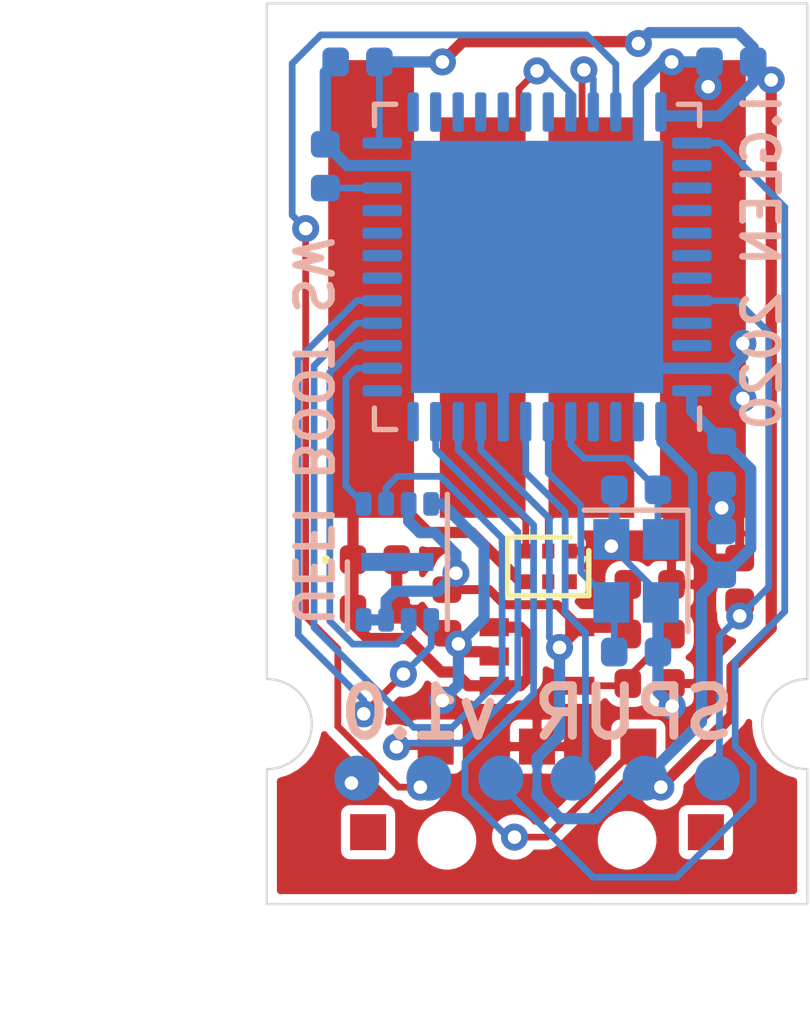
<source format=kicad_pcb>
(kicad_pcb (version 20171130) (host pcbnew 5.1.8)

  (general
    (thickness 1.6)
    (drawings 21)
    (tracks 294)
    (zones 0)
    (modules 27)
    (nets 20)
  )

  (page A)
  (title_block
    (title "Spur - A physical UEFI boot switch")
    (date 2020-12-04)
    (rev v1.0)
    (company "Ian Glen <ian@ianglen.me>")
  )

  (layers
    (0 F.Cu signal)
    (31 B.Cu signal)
    (34 B.Paste user)
    (35 F.Paste user)
    (36 B.SilkS user)
    (37 F.SilkS user)
    (38 B.Mask user)
    (39 F.Mask user)
    (40 Dwgs.User user)
    (41 Cmts.User user)
    (42 Eco1.User user)
    (43 Eco2.User user)
    (44 Edge.Cuts user)
    (45 Margin user)
    (46 B.CrtYd user)
    (47 F.CrtYd user)
    (48 B.Fab user)
    (49 F.Fab user)
  )

  (setup
    (last_trace_width 0.25)
    (user_trace_width 0.2)
    (user_trace_width 0.25)
    (trace_clearance 0.2)
    (zone_clearance 0.508)
    (zone_45_only no)
    (trace_min 0.15)
    (via_size 0.6)
    (via_drill 0.3)
    (via_min_size 0.6)
    (via_min_drill 0.3)
    (uvia_size 0.6)
    (uvia_drill 0.3)
    (uvias_allowed no)
    (uvia_min_size 0.6)
    (uvia_min_drill 0.3)
    (edge_width 0.05)
    (segment_width 0.2)
    (pcb_text_width 0.1)
    (pcb_text_size 0.8 0.8)
    (mod_edge_width 0.12)
    (mod_text_size 0.8 0.8)
    (mod_text_width 0.1)
    (pad_size 0.525 0.35)
    (pad_drill 0)
    (pad_to_mask_clearance 0.05)
    (aux_axis_origin 0 0)
    (visible_elements FFFFFF7F)
    (pcbplotparams
      (layerselection 0x010fc_ffffffff)
      (usegerberextensions false)
      (usegerberattributes true)
      (usegerberadvancedattributes true)
      (creategerberjobfile true)
      (excludeedgelayer true)
      (linewidth 0.100000)
      (plotframeref false)
      (viasonmask false)
      (mode 1)
      (useauxorigin false)
      (hpglpennumber 1)
      (hpglpenspeed 20)
      (hpglpendiameter 15.000000)
      (psnegative false)
      (psa4output false)
      (plotreference true)
      (plotvalue true)
      (plotinvisibletext false)
      (padsonsilk false)
      (subtractmaskfromsilk false)
      (outputformat 1)
      (mirror false)
      (drillshape 0)
      (scaleselection 1)
      (outputdirectory "../gerbers/"))
  )

  (net 0 "")
  (net 1 VBUS)
  (net 2 GND)
  (net 3 +3V3)
  (net 4 /OSC_IN)
  (net 5 /OSC_OUT)
  (net 6 "Net-(C6-Pad1)")
  (net 7 /D+)
  (net 8 /D-)
  (net 9 /SPI_~CS)
  (net 10 /BOOT)
  (net 11 /~NRST)
  (net 12 /SWDIO)
  (net 13 /SWCLK)
  (net 14 /SPI_MISO)
  (net 15 /SPI_MOSI)
  (net 16 /SPI_SCK)
  (net 17 /SW_POS1)
  (net 18 /SW_POS2)
  (net 19 "Net-(R1-Pad2)")

  (net_class Default "This is the default net class."
    (clearance 0.2)
    (trace_width 0.15)
    (via_dia 0.6)
    (via_drill 0.3)
    (uvia_dia 0.6)
    (uvia_drill 0.3)
    (diff_pair_width 0.15)
    (diff_pair_gap 0.2)
    (add_net +3V3)
    (add_net /BOOT)
    (add_net /D+)
    (add_net /D-)
    (add_net /OSC_IN)
    (add_net /OSC_OUT)
    (add_net /SPI_MISO)
    (add_net /SPI_MOSI)
    (add_net /SPI_SCK)
    (add_net /SPI_~CS)
    (add_net /SWCLK)
    (add_net /SWDIO)
    (add_net /SW_POS1)
    (add_net /SW_POS2)
    (add_net /~NRST)
    (add_net GND)
    (add_net "Net-(C6-Pad1)")
    (add_net "Net-(R1-Pad2)")
    (add_net VBUS)
  )

  (module spur:USB_A_pads (layer F.Cu) (tedit 5FC9A167) (tstamp 5F68B418)
    (at 140 79.705)
    (descr "USB A plug using PCB pads")
    (path /5F640CFE)
    (attr smd)
    (fp_text reference J1 (at 0 -6.604) (layer F.SilkS) hide
      (effects (font (size 0.8 0.8) (thickness 0.1)))
    )
    (fp_text value USB_A (at 0 0) (layer F.Fab) hide
      (effects (font (size 0.8 0.8) (thickness 0.1)))
    )
    (fp_line (start -5.969 -5.715) (end -5.969 5.715) (layer Dwgs.User) (width 0.12))
    (fp_line (start -5.969 -5.715) (end 5.969 -5.715) (layer Dwgs.User) (width 0.12))
    (fp_line (start 5.969 -5.715) (end 5.969 5.715) (layer Dwgs.User) (width 0.12))
    (pad 1 smd rect (at -3.683 0.635) (size 1.905 10.16) (layers F.Cu F.Mask)
      (net 1 VBUS))
    (pad 2 smd rect (at -1.2065 1.27) (size 1.905 8.89) (layers F.Cu F.Mask)
      (net 8 /D-))
    (pad 3 smd rect (at 1.2065 1.27) (size 1.905 8.89) (layers F.Cu F.Mask)
      (net 7 /D+))
    (pad 4 smd rect (at 3.683 0.635) (size 1.905 10.16) (layers F.Cu F.Mask)
      (net 2 GND) (zone_connect 2))
  )

  (module spur:SON-8-1EP_3x2mm_P0.5mm_EP0.2x1.6mm (layer B.Cu) (tedit 5FC9BE33) (tstamp 5F70051E)
    (at 136.9 86.4 270)
    (descr "SON, 8 Pin (http://www.fujitsu.com/downloads/MICRO/fsa/pdf/products/memory/fram/MB85RS16-DS501-00014-6v0-E.pdf), generated with kicad-footprint-generator ipc_noLead_generator.py")
    (tags "SON NoLead")
    (path /5F6417B2)
    (attr smd)
    (fp_text reference U2 (at 0 1.95 90) (layer B.SilkS) hide
      (effects (font (size 0.8 0.8) (thickness 0.1)) (justify mirror))
    )
    (fp_text value AT25SF081-MAHB-X (at -6.5 -3.7 90) (layer B.Fab)
      (effects (font (size 0.25 0.25) (thickness 0.05)) (justify mirror))
    )
    (fp_line (start 1.8 1.25) (end -1.8 1.25) (layer B.CrtYd) (width 0.05))
    (fp_line (start 1.8 -1.25) (end 1.8 1.25) (layer B.CrtYd) (width 0.05))
    (fp_line (start -1.8 -1.25) (end 1.8 -1.25) (layer B.CrtYd) (width 0.05))
    (fp_line (start -1.8 1.25) (end -1.8 -1.25) (layer B.CrtYd) (width 0.05))
    (fp_line (start -1.5 0.5) (end -1 1) (layer B.Fab) (width 0.1))
    (fp_line (start -1.5 -1) (end -1.5 0.5) (layer B.Fab) (width 0.1))
    (fp_line (start 1.5 -1) (end -1.5 -1) (layer B.Fab) (width 0.1))
    (fp_line (start 1.5 1) (end 1.5 -1) (layer B.Fab) (width 0.1))
    (fp_line (start -1 1) (end 1.5 1) (layer B.Fab) (width 0.1))
    (fp_line (start -1.5 -1.11) (end 1.5 -1.11) (layer B.SilkS) (width 0.12))
    (fp_line (start 0 1.11) (end 1.5 1.11) (layer B.SilkS) (width 0.12))
    (fp_text user %R (at 0 0 90) (layer B.Fab)
      (effects (font (size 0.5 0.5) (thickness 0.1)) (justify mirror))
    )
    (pad "" smd roundrect (at 0 0 270) (size 0.2 1) (layers B.Paste) (roundrect_rratio 0.25))
    (pad 9 smd rect (at 0 0 270) (size 0.4 1.6) (layers B.Cu B.Mask))
    (pad 8 smd roundrect (at 1.2875 0.75 270) (size 0.525 0.35) (layers B.Cu B.Paste B.Mask) (roundrect_rratio 0.25)
      (net 3 +3V3) (clearance 0.07))
    (pad 7 smd roundrect (at 1.2875 0.25 270) (size 0.525 0.35) (layers B.Cu B.Paste B.Mask) (roundrect_rratio 0.25)
      (net 3 +3V3) (clearance 0.07))
    (pad 6 smd roundrect (at 1.2875 -0.25 270) (size 0.525 0.35) (layers B.Cu B.Paste B.Mask) (roundrect_rratio 0.25)
      (net 16 /SPI_SCK) (clearance 0.07))
    (pad 5 smd roundrect (at 1.2875 -0.75 270) (size 0.525 0.35) (layers B.Cu B.Paste B.Mask) (roundrect_rratio 0.25)
      (net 15 /SPI_MOSI) (clearance 0.07))
    (pad 4 smd roundrect (at -1.2875 -0.75 270) (size 0.525 0.35) (layers B.Cu B.Paste B.Mask) (roundrect_rratio 0.25)
      (net 2 GND) (clearance 0.07))
    (pad 3 smd roundrect (at -1.2875 -0.25 270) (size 0.525 0.35) (layers B.Cu B.Paste B.Mask) (roundrect_rratio 0.25)
      (net 3 +3V3) (clearance 0.07))
    (pad 2 smd roundrect (at -1.2875 0.25 270) (size 0.525 0.35) (layers B.Cu B.Paste B.Mask) (roundrect_rratio 0.25)
      (net 14 /SPI_MISO) (clearance 0.07))
    (pad 1 smd roundrect (at -1.2875 0.75 270) (size 0.525 0.35) (layers B.Cu B.Paste B.Mask) (roundrect_rratio 0.25)
      (net 9 /SPI_~CS) (clearance 0.07))
    (model ${KISYS3DMOD}/Package_SON.3dshapes/SON-8-1EP_3x2mm_P0.5mm_EP1.4x1.6mm.wrl
      (at (xyz 0 0 0))
      (scale (xyz 1 1 1))
      (rotate (xyz 0 0 0))
    )
    (model ${KISYS3DMOD}/Package_DFN_QFN.3dshapes/DFN-8-1EP_3x2mm_P0.5mm_EP1.36x1.46mm.wrl
      (at (xyz 0 0 0))
      (scale (xyz 1 1 1))
      (rotate (xyz 0 0 0))
    )
  )

  (module Capacitor_SMD:C_0402_1005Metric (layer F.Cu) (tedit 5B301BBE) (tstamp 5F68B359)
    (at 138 87.5 270)
    (descr "Capacitor SMD 0402 (1005 Metric), square (rectangular) end terminal, IPC_7351 nominal, (Body size source: http://www.tortai-tech.com/upload/download/2011102023233369053.pdf), generated with kicad-footprint-generator")
    (tags capacitor)
    (path /5F6F8810)
    (attr smd)
    (fp_text reference C3 (at 0 -1.17 270) (layer F.SilkS) hide
      (effects (font (size 0.8 0.8) (thickness 0.1)))
    )
    (fp_text value 0.1u (at -1.5 0 270) (layer F.Fab)
      (effects (font (size 0.5 0.5) (thickness 0.1)))
    )
    (fp_line (start 0.93 0.47) (end -0.93 0.47) (layer F.CrtYd) (width 0.05))
    (fp_line (start 0.93 -0.47) (end 0.93 0.47) (layer F.CrtYd) (width 0.05))
    (fp_line (start -0.93 -0.47) (end 0.93 -0.47) (layer F.CrtYd) (width 0.05))
    (fp_line (start -0.93 0.47) (end -0.93 -0.47) (layer F.CrtYd) (width 0.05))
    (fp_line (start 0.5 0.25) (end -0.5 0.25) (layer F.Fab) (width 0.1))
    (fp_line (start 0.5 -0.25) (end 0.5 0.25) (layer F.Fab) (width 0.1))
    (fp_line (start -0.5 -0.25) (end 0.5 -0.25) (layer F.Fab) (width 0.1))
    (fp_line (start -0.5 0.25) (end -0.5 -0.25) (layer F.Fab) (width 0.1))
    (fp_text user %R (at 1.25 0 270) (layer F.Fab)
      (effects (font (size 0.5 0.5) (thickness 0.1)))
    )
    (pad 1 smd roundrect (at -0.485 0 270) (size 0.59 0.64) (layers F.Cu F.Paste F.Mask) (roundrect_rratio 0.25)
      (net 3 +3V3))
    (pad 2 smd roundrect (at 0.485 0 270) (size 0.59 0.64) (layers F.Cu F.Paste F.Mask) (roundrect_rratio 0.25)
      (net 2 GND))
    (model ${KISYS3DMOD}/Capacitor_SMD.3dshapes/C_0402_1005Metric.wrl
      (at (xyz 0 0 0))
      (scale (xyz 1 1 1))
      (rotate (xyz 0 0 0))
    )
  )

  (module Package_TO_SOT_SMD:SOT-886 (layer F.Cu) (tedit 5A02FF57) (tstamp 5F70789C)
    (at 140.25 86.5 270)
    (descr SOT-886)
    (tags SOT-886)
    (path /5F6460CD)
    (attr smd)
    (fp_text reference D2 (at 0 -1.7 270) (layer F.SilkS) hide
      (effects (font (size 0.8 0.8) (thickness 0.1)))
    )
    (fp_text value PRTR5V0U2X (at -0.75 0) (layer F.Fab)
      (effects (font (size 0.25 0.25) (thickness 0.05)))
    )
    (fp_line (start 0.75 1) (end -0.75 1) (layer F.CrtYd) (width 0.05))
    (fp_line (start 0.75 1) (end 0.75 -1) (layer F.CrtYd) (width 0.05))
    (fp_line (start -0.75 -1) (end -0.75 1) (layer F.CrtYd) (width 0.05))
    (fp_line (start -0.75 -1) (end 0.75 -1) (layer F.CrtYd) (width 0.05))
    (fp_line (start 0.5 -0.75) (end -0.2 -0.75) (layer F.Fab) (width 0.1))
    (fp_line (start 0.5 0.75) (end 0.5 -0.75) (layer F.Fab) (width 0.1))
    (fp_line (start -0.5 0.75) (end 0.5 0.75) (layer F.Fab) (width 0.1))
    (fp_line (start -0.5 -0.45) (end -0.5 0.75) (layer F.Fab) (width 0.1))
    (fp_line (start 0.65 -0.9) (end -0.35 -0.9) (layer F.SilkS) (width 0.12))
    (fp_line (start 0.65 0.9) (end 0.65 -0.9) (layer F.SilkS) (width 0.12))
    (fp_line (start -0.65 0.9) (end 0.65 0.9) (layer F.SilkS) (width 0.12))
    (fp_line (start -0.65 -0.5) (end -0.65 0.9) (layer F.SilkS) (width 0.12))
    (fp_line (start -0.2 -0.75) (end -0.5 -0.45) (layer F.Fab) (width 0.1))
    (fp_text user %R (at 0 0) (layer F.Fab)
      (effects (font (size 0.5 0.5) (thickness 0.1)))
    )
    (pad 1 smd rect (at -0.34 -0.5 270) (size 0.33 0.27) (layers F.Cu F.Paste F.Mask)
      (net 2 GND))
    (pad 2 smd rect (at -0.34 0 270) (size 0.33 0.27) (layers F.Cu F.Paste F.Mask)
      (net 7 /D+))
    (pad 3 smd rect (at -0.34 0.5 270) (size 0.33 0.27) (layers F.Cu F.Paste F.Mask)
      (net 8 /D-))
    (pad 4 smd rect (at 0.34 0.5 270) (size 0.33 0.27) (layers F.Cu F.Paste F.Mask)
      (net 1 VBUS))
    (pad 5 smd rect (at 0.34 0 270) (size 0.33 0.27) (layers F.Cu F.Paste F.Mask))
    (pad 6 smd rect (at 0.34 -0.5 270) (size 0.33 0.27) (layers F.Cu F.Paste F.Mask))
    (model ${KISYS3DMOD}/Package_TO_SOT_SMD.3dshapes/SOT-886.wrl
      (at (xyz 0 0 0))
      (scale (xyz 1 1 1))
      (rotate (xyz 0 0 0))
    )
  )

  (module Resistor_SMD:R_0402_1005Metric (layer F.Cu) (tedit 5B301BBD) (tstamp 5F68B481)
    (at 144.5 86.8 90)
    (descr "Resistor SMD 0402 (1005 Metric), square (rectangular) end terminal, IPC_7351 nominal, (Body size source: http://www.tortai-tech.com/upload/download/2011102023233369053.pdf), generated with kicad-footprint-generator")
    (tags resistor)
    (path /5F69B611)
    (attr smd)
    (fp_text reference R3 (at 0 -1.17 270) (layer F.SilkS) hide
      (effects (font (size 0.8 0.8) (thickness 0.1)))
    )
    (fp_text value 10K (at 0.05 0.75 270) (layer F.Fab)
      (effects (font (size 0.5 0.5) (thickness 0.1)))
    )
    (fp_line (start -0.5 0.25) (end -0.5 -0.25) (layer F.Fab) (width 0.1))
    (fp_line (start -0.5 -0.25) (end 0.5 -0.25) (layer F.Fab) (width 0.1))
    (fp_line (start 0.5 -0.25) (end 0.5 0.25) (layer F.Fab) (width 0.1))
    (fp_line (start 0.5 0.25) (end -0.5 0.25) (layer F.Fab) (width 0.1))
    (fp_line (start -0.93 0.47) (end -0.93 -0.47) (layer F.CrtYd) (width 0.05))
    (fp_line (start -0.93 -0.47) (end 0.93 -0.47) (layer F.CrtYd) (width 0.05))
    (fp_line (start 0.93 -0.47) (end 0.93 0.47) (layer F.CrtYd) (width 0.05))
    (fp_line (start 0.93 0.47) (end -0.93 0.47) (layer F.CrtYd) (width 0.05))
    (fp_text user %R (at 1.05 0 270) (layer F.Fab)
      (effects (font (size 0.5 0.5) (thickness 0.1)))
    )
    (pad 2 smd roundrect (at 0.485 0 90) (size 0.59 0.64) (layers F.Cu F.Paste F.Mask) (roundrect_rratio 0.25)
      (net 2 GND))
    (pad 1 smd roundrect (at -0.485 0 90) (size 0.59 0.64) (layers F.Cu F.Paste F.Mask) (roundrect_rratio 0.25)
      (net 10 /BOOT))
    (model ${KISYS3DMOD}/Resistor_SMD.3dshapes/R_0402_1005Metric.wrl
      (at (xyz 0 0 0))
      (scale (xyz 1 1 1))
      (rotate (xyz 0 0 0))
    )
  )

  (module Package_TO_SOT_SMD:SOT-353_SC-70-5 (layer F.Cu) (tedit 5F6F6B15) (tstamp 5F68B505)
    (at 140 88.5)
    (descr "SOT-353, SC-70-5")
    (tags "SOT-353 SC-70-5")
    (path /5F645922)
    (attr smd)
    (fp_text reference U1 (at 0 2.05) (layer F.SilkS) hide
      (effects (font (size 0.8 0.8) (thickness 0.1)))
    )
    (fp_text value MIC5377YC5 (at -1 0 270) (layer F.Fab)
      (effects (font (size 0.25 0.25) (thickness 0.05)))
    )
    (fp_line (start -1.325 -1.175) (end -1.325 1.175) (layer F.CrtYd) (width 0.05))
    (fp_line (start -1.325 1.175) (end 1.325 1.175) (layer F.CrtYd) (width 0.05))
    (fp_line (start 1.325 -1.175) (end 1.325 1.175) (layer F.CrtYd) (width 0.05))
    (fp_line (start -1.325 -1.175) (end 1.325 -1.175) (layer F.CrtYd) (width 0.05))
    (fp_line (start -0.175 -1.1) (end -0.675 -0.6) (layer F.Fab) (width 0.1))
    (fp_line (start 0.675 1.1) (end -0.675 1.1) (layer F.Fab) (width 0.1))
    (fp_line (start 0.675 -1.1) (end 0.675 1.1) (layer F.Fab) (width 0.1))
    (fp_line (start -0.675 -0.6) (end -0.675 1.1) (layer F.Fab) (width 0.1))
    (fp_line (start 0.675 -1.1) (end -0.175 -1.1) (layer F.Fab) (width 0.1))
    (fp_text user %R (at 0 0 90) (layer F.Fab)
      (effects (font (size 0.5 0.5) (thickness 0.1)))
    )
    (pad 1 smd rect (at -0.95 -0.65) (size 0.65 0.4) (layers F.Cu F.Paste F.Mask)
      (net 1 VBUS))
    (pad 3 smd rect (at -0.95 0.65) (size 0.65 0.4) (layers F.Cu F.Paste F.Mask)
      (net 1 VBUS))
    (pad 2 smd rect (at -0.95 0) (size 0.65 0.4) (layers F.Cu F.Paste F.Mask)
      (net 2 GND))
    (pad 4 smd rect (at 0.95 0.65) (size 0.65 0.4) (layers F.Cu F.Paste F.Mask)
      (net 19 "Net-(R1-Pad2)"))
    (pad 5 smd rect (at 0.95 -0.65) (size 0.65 0.4) (layers F.Cu F.Paste F.Mask)
      (net 3 +3V3))
    (model ${KISYS3DMOD}/Package_TO_SOT_SMD.3dshapes/SOT-353_SC-70-5.wrl
      (at (xyz 0 0 0))
      (scale (xyz 1 1 1))
      (rotate (xyz 0 0 0))
    )
  )

  (module spur:SW_SPDT_CK-JS102000SAQN (layer F.Cu) (tedit 5F6F6A22) (tstamp 5F6BA583)
    (at 140 92.4)
    (descr "Sub-miniature slide switch, right-angle, http://www.ckswitches.com/media/1422/js.pdf")
    (tags "switch spdt")
    (path /5F648D3D)
    (attr smd)
    (fp_text reference SW1 (at 0 -3.25) (layer F.SilkS) hide
      (effects (font (size 0.8 0.8) (thickness 0.1)))
    )
    (fp_text value JS102000SAQN (at 0 0.35) (layer F.Fab)
      (effects (font (size 0.5 0.5) (thickness 0.1)))
    )
    (fp_line (start -3.35 -1.82) (end 3.35 -1.82) (layer F.Fab) (width 0.1))
    (fp_line (start 3.35 -1.82) (end 3.35 1.38) (layer F.Fab) (width 0.1))
    (fp_line (start -3.35 1.38) (end 3.35 1.38) (layer F.Fab) (width 0.1))
    (fp_line (start -3.35 -1.82) (end -3.35 1.38) (layer F.Fab) (width 0.1))
    (fp_line (start 1.4 1.38) (end 1.4 2.88) (layer F.Fab) (width 0.1))
    (fp_line (start 0.1 2.88) (end 1.4 2.88) (layer F.Fab) (width 0.1))
    (fp_line (start 0.1 1.38) (end 0.1 2.88) (layer F.Fab) (width 0.1))
    (fp_line (start -3.5 -2.5) (end -3.5 -0.5) (layer F.CrtYd) (width 0.12))
    (fp_line (start -3.5 -0.5) (end -4.25 -0.5) (layer F.CrtYd) (width 0.12))
    (fp_line (start -4.25 -0.5) (end -4.25 0.5) (layer F.CrtYd) (width 0.12))
    (fp_line (start -4.25 0.5) (end -3.5 0.5) (layer F.CrtYd) (width 0.12))
    (fp_line (start -3.5 0.5) (end -3.5 1.5) (layer F.CrtYd) (width 0.12))
    (fp_line (start -3.5 1.5) (end -1.75 1.5) (layer F.CrtYd) (width 0.12))
    (fp_line (start -1.75 1.5) (end -1.75 3) (layer F.CrtYd) (width 0.12))
    (fp_line (start -1.75 3) (end 1.75 3) (layer F.CrtYd) (width 0.12))
    (fp_line (start 1.75 3) (end 1.75 1.5) (layer F.CrtYd) (width 0.12))
    (fp_line (start 1.75 1.5) (end 3.5 1.5) (layer F.CrtYd) (width 0.12))
    (fp_line (start 3.5 1.5) (end 3.5 0.5) (layer F.CrtYd) (width 0.12))
    (fp_line (start 3.5 0.5) (end 4.25 0.5) (layer F.CrtYd) (width 0.12))
    (fp_line (start 4.25 0.5) (end 4.25 -0.5) (layer F.CrtYd) (width 0.12))
    (fp_line (start 4.25 -0.5) (end 3.5 -0.5) (layer F.CrtYd) (width 0.12))
    (fp_line (start 3.5 -0.5) (end 3.5 -2.5) (layer F.CrtYd) (width 0.12))
    (fp_line (start 3.5 -2.5) (end -3.5 -2.5) (layer F.CrtYd) (width 0.12))
    (fp_text user %R (at 0 -0.65) (layer F.Fab)
      (effects (font (size 0.8 0.8) (thickness 0.1)))
    )
    (pad "" smd rect (at 3.75 0) (size 0.8 0.8) (layers F.Cu F.Paste F.Mask))
    (pad "" smd rect (at -3.75 0) (size 0.8 0.8) (layers F.Cu F.Paste F.Mask))
    (pad 1 smd rect (at 2.25 -1.9) (size 0.8 0.8) (layers F.Cu F.Paste F.Mask)
      (net 17 /SW_POS1))
    (pad 2 smd rect (at 0 -1.9) (size 0.8 0.8) (layers F.Cu F.Paste F.Mask)
      (net 2 GND))
    (pad "" np_thru_hole circle (at 2 0.18) (size 0.9 0.9) (drill 0.9) (layers *.Cu *.Mask))
    (pad "" np_thru_hole circle (at -2 0.18) (size 0.9 0.9) (drill 0.9) (layers *.Cu *.Mask))
    (pad 3 smd rect (at -2.25 -1.9) (size 0.8 0.8) (layers F.Cu F.Paste F.Mask)
      (net 18 /SW_POS2))
    (model ${KIPRJMOD}/packages3d/JS102000SAQN.step
      (offset (xyz 0 0.25 0))
      (scale (xyz 1 1 1))
      (rotate (xyz -90 0 0))
    )
    (model ${KIPRJMOD}/packages3d/js102000saqn.wrl
      (offset (xyz 0.05 0 0.3))
      (scale (xyz 1 1 1))
      (rotate (xyz -90 0 0))
    )
  )

  (module TestPoint:TestPoint_Pad_D1.0mm (layer B.Cu) (tedit 5F6AB76E) (tstamp 5F68B4C8)
    (at 144 91.2)
    (descr "SMD pad as test Point, diameter 1.0mm")
    (tags "test point SMD pad")
    (path /5F6AC683)
    (attr virtual)
    (fp_text reference TP3 (at 0 1.448) (layer B.SilkS) hide
      (effects (font (size 0.8 0.8) (thickness 0.1)) (justify mirror))
    )
    (fp_text value BOOT (at 0 -2 90) (layer B.SilkS) hide
      (effects (font (size 0.8 0.8) (thickness 0.1)) (justify mirror))
    )
    (fp_circle (center 0 0) (end 0.75 0) (layer B.CrtYd) (width 0.05))
    (fp_text user %R (at 0 1.45) (layer B.Fab) hide
      (effects (font (size 0.8 0.8) (thickness 0.1)) (justify mirror))
    )
    (pad 1 smd circle (at 0 0) (size 1 1) (layers B.Cu B.Mask)
      (net 10 /BOOT))
  )

  (module TestPoint:TestPoint_Pad_D1.0mm (layer B.Cu) (tedit 5F6AB761) (tstamp 5F68B4C0)
    (at 142.4 91.2)
    (descr "SMD pad as test Point, diameter 1.0mm")
    (tags "test point SMD pad")
    (path /5F6F5D70)
    (attr virtual)
    (fp_text reference TP2 (at 0 1.448) (layer B.SilkS) hide
      (effects (font (size 0.8 0.8) (thickness 0.1)) (justify mirror))
    )
    (fp_text value 3V3 (at 0 -1.55 90) (layer B.SilkS) hide
      (effects (font (size 0.8 0.8) (thickness 0.1)) (justify mirror))
    )
    (fp_circle (center 0 0) (end 0.75 0) (layer B.CrtYd) (width 0.05))
    (fp_text user %R (at 0 1.45) (layer B.Fab) hide
      (effects (font (size 0.8 0.8) (thickness 0.1)) (justify mirror))
    )
    (pad 1 smd circle (at 0 0) (size 1 1) (layers B.Cu B.Mask)
      (net 3 +3V3))
  )

  (module TestPoint:TestPoint_Pad_D1.0mm (layer B.Cu) (tedit 5F6AB756) (tstamp 5F68B4D0)
    (at 140.8 91.2)
    (descr "SMD pad as test Point, diameter 1.0mm")
    (tags "test point SMD pad")
    (path /5F6945B2)
    (attr virtual)
    (fp_text reference TP4 (at 0 1.448) (layer B.SilkS) hide
      (effects (font (size 0.8 0.8) (thickness 0.1)) (justify mirror))
    )
    (fp_text value NRST (at 0 -2 90) (layer B.SilkS) hide
      (effects (font (size 0.8 0.8) (thickness 0.1)) (justify mirror))
    )
    (fp_circle (center 0 0) (end 0.75 0) (layer B.CrtYd) (width 0.05))
    (fp_text user %R (at 0 1.45) (layer B.Fab) hide
      (effects (font (size 0.8 0.8) (thickness 0.1)) (justify mirror))
    )
    (pad 1 smd circle (at 0 0) (size 1 1) (layers B.Cu B.Mask)
      (net 11 /~NRST))
  )

  (module TestPoint:TestPoint_Pad_D1.0mm (layer B.Cu) (tedit 5F6AB74B) (tstamp 5F68B4E0)
    (at 139.2 91.2)
    (descr "SMD pad as test Point, diameter 1.0mm")
    (tags "test point SMD pad")
    (path /5F6B9F42)
    (attr virtual)
    (fp_text reference TP6 (at 0 1.448) (layer B.SilkS) hide
      (effects (font (size 0.8 0.8) (thickness 0.1)) (justify mirror))
    )
    (fp_text value SWCLK (at 0 -1.55 90) (layer B.SilkS) hide
      (effects (font (size 0.5 0.5) (thickness 0.1)) (justify mirror))
    )
    (fp_circle (center 0 0) (end 0.75 0) (layer B.CrtYd) (width 0.05))
    (fp_text user %R (at 0 1.45) (layer B.Fab) hide
      (effects (font (size 0.8 0.8) (thickness 0.1)) (justify mirror))
    )
    (pad 1 smd circle (at 0 0) (size 1 1) (layers B.Cu B.Mask)
      (net 13 /SWCLK))
  )

  (module TestPoint:TestPoint_Pad_D1.0mm (layer B.Cu) (tedit 5F6AB73E) (tstamp 5F6BA910)
    (at 137.6 91.2)
    (descr "SMD pad as test Point, diameter 1.0mm")
    (tags "test point SMD pad")
    (path /5F6B941A)
    (attr virtual)
    (fp_text reference TP5 (at 0 1.448) (layer B.SilkS) hide
      (effects (font (size 0.8 0.8) (thickness 0.1)) (justify mirror))
    )
    (fp_text value SWDIO (at 0 -1.7 90) (layer B.SilkS) hide
      (effects (font (size 0.5 0.5) (thickness 0.1)) (justify mirror))
    )
    (fp_circle (center 0 0) (end 0.75 0) (layer B.CrtYd) (width 0.05))
    (fp_text user %R (at 0 1.45) (layer B.Fab) hide
      (effects (font (size 0.8 0.8) (thickness 0.1)) (justify mirror))
    )
    (pad 1 smd circle (at 0 0) (size 1 1) (layers B.Cu B.Mask)
      (net 12 /SWDIO))
  )

  (module TestPoint:TestPoint_Pad_D1.0mm (layer B.Cu) (tedit 5F6AB696) (tstamp 5F68B4B8)
    (at 136 91.2)
    (descr "SMD pad as test Point, diameter 1.0mm")
    (tags "test point SMD pad")
    (path /5F6F69DF)
    (attr virtual)
    (fp_text reference TP1 (at 0 1.448) (layer B.SilkS) hide
      (effects (font (size 0.8 0.8) (thickness 0.1)) (justify mirror))
    )
    (fp_text value GND (at 0 -1.3 90) (layer B.SilkS) hide
      (effects (font (size 0.5 0.5) (thickness 0.1)) (justify mirror))
    )
    (fp_circle (center 0 0) (end 0.75 0) (layer B.CrtYd) (width 0.05))
    (fp_text user %R (at 0 1.45) (layer B.Fab) hide
      (effects (font (size 0.8 0.8) (thickness 0.1)) (justify mirror))
    )
    (pad 1 smd circle (at 0 0) (size 1 1) (layers B.Cu B.Mask)
      (net 2 GND))
  )

  (module Capacitor_SMD:C_0402_1005Metric (layer B.Cu) (tedit 5B301BBE) (tstamp 5F6AFFBA)
    (at 144.1 84.2 270)
    (descr "Capacitor SMD 0402 (1005 Metric), square (rectangular) end terminal, IPC_7351 nominal, (Body size source: http://www.tortai-tech.com/upload/download/2011102023233369053.pdf), generated with kicad-footprint-generator")
    (tags capacitor)
    (path /5F75DE91)
    (attr smd)
    (fp_text reference C10 (at 0 1.17 90) (layer B.SilkS) hide
      (effects (font (size 0.8 0.8) (thickness 0.1)) (justify mirror))
    )
    (fp_text value 0.1u (at 0 -0.7 90) (layer B.Fab)
      (effects (font (size 0.5 0.5) (thickness 0.1)) (justify mirror))
    )
    (fp_line (start -0.5 -0.25) (end -0.5 0.25) (layer B.Fab) (width 0.1))
    (fp_line (start -0.5 0.25) (end 0.5 0.25) (layer B.Fab) (width 0.1))
    (fp_line (start 0.5 0.25) (end 0.5 -0.25) (layer B.Fab) (width 0.1))
    (fp_line (start 0.5 -0.25) (end -0.5 -0.25) (layer B.Fab) (width 0.1))
    (fp_line (start -0.93 -0.47) (end -0.93 0.47) (layer B.CrtYd) (width 0.05))
    (fp_line (start -0.93 0.47) (end 0.93 0.47) (layer B.CrtYd) (width 0.05))
    (fp_line (start 0.93 0.47) (end 0.93 -0.47) (layer B.CrtYd) (width 0.05))
    (fp_line (start 0.93 -0.47) (end -0.93 -0.47) (layer B.CrtYd) (width 0.05))
    (fp_text user %R (at -1.3 0 90) (layer B.Fab)
      (effects (font (size 0.5 0.5) (thickness 0.1)) (justify mirror))
    )
    (pad 2 smd roundrect (at 0.485 0 270) (size 0.59 0.64) (layers B.Cu B.Paste B.Mask) (roundrect_rratio 0.25)
      (net 2 GND))
    (pad 1 smd roundrect (at -0.485 0 270) (size 0.59 0.64) (layers B.Cu B.Paste B.Mask) (roundrect_rratio 0.25)
      (net 3 +3V3))
    (model ${KISYS3DMOD}/Capacitor_SMD.3dshapes/C_0402_1005Metric.wrl
      (at (xyz 0 0 0))
      (scale (xyz 1 1 1))
      (rotate (xyz 0 0 0))
    )
  )

  (module Capacitor_SMD:C_0402_1005Metric (layer B.Cu) (tedit 5B301BBE) (tstamp 5F6B0988)
    (at 144.315 75.3 180)
    (descr "Capacitor SMD 0402 (1005 Metric), square (rectangular) end terminal, IPC_7351 nominal, (Body size source: http://www.tortai-tech.com/upload/download/2011102023233369053.pdf), generated with kicad-footprint-generator")
    (tags capacitor)
    (path /5F71DB97)
    (attr smd)
    (fp_text reference C9 (at 0 1.17) (layer B.SilkS) hide
      (effects (font (size 0.8 0.8) (thickness 0.1)) (justify mirror))
    )
    (fp_text value 0.1u (at 0.015 -0.7) (layer B.Fab)
      (effects (font (size 0.5 0.5) (thickness 0.1)) (justify mirror))
    )
    (fp_line (start 0.93 -0.47) (end -0.93 -0.47) (layer B.CrtYd) (width 0.05))
    (fp_line (start 0.93 0.47) (end 0.93 -0.47) (layer B.CrtYd) (width 0.05))
    (fp_line (start -0.93 0.47) (end 0.93 0.47) (layer B.CrtYd) (width 0.05))
    (fp_line (start -0.93 -0.47) (end -0.93 0.47) (layer B.CrtYd) (width 0.05))
    (fp_line (start 0.5 -0.25) (end -0.5 -0.25) (layer B.Fab) (width 0.1))
    (fp_line (start 0.5 0.25) (end 0.5 -0.25) (layer B.Fab) (width 0.1))
    (fp_line (start -0.5 0.25) (end 0.5 0.25) (layer B.Fab) (width 0.1))
    (fp_line (start -0.5 -0.25) (end -0.5 0.25) (layer B.Fab) (width 0.1))
    (fp_text user %R (at 0.015 0.6) (layer B.Fab)
      (effects (font (size 0.5 0.5) (thickness 0.1)) (justify mirror))
    )
    (pad 1 smd roundrect (at -0.485 0 180) (size 0.59 0.64) (layers B.Cu B.Paste B.Mask) (roundrect_rratio 0.25)
      (net 3 +3V3))
    (pad 2 smd roundrect (at 0.485 0 180) (size 0.59 0.64) (layers B.Cu B.Paste B.Mask) (roundrect_rratio 0.25)
      (net 2 GND))
    (model ${KISYS3DMOD}/Capacitor_SMD.3dshapes/C_0402_1005Metric.wrl
      (at (xyz 0 0 0))
      (scale (xyz 1 1 1))
      (rotate (xyz 0 0 0))
    )
  )

  (module Capacitor_SMD:C_0402_1005Metric (layer B.Cu) (tedit 5B301BBE) (tstamp 5F704726)
    (at 144.1 86.2 90)
    (descr "Capacitor SMD 0402 (1005 Metric), square (rectangular) end terminal, IPC_7351 nominal, (Body size source: http://www.tortai-tech.com/upload/download/2011102023233369053.pdf), generated with kicad-footprint-generator")
    (tags capacitor)
    (path /5F71CDCD)
    (attr smd)
    (fp_text reference C7 (at 0 1.17 90) (layer B.SilkS) hide
      (effects (font (size 0.8 0.8) (thickness 0.1)) (justify mirror))
    )
    (fp_text value 0.1u (at 0 0.7 90) (layer B.Fab)
      (effects (font (size 0.5 0.5) (thickness 0.1)) (justify mirror))
    )
    (fp_line (start 0.93 -0.47) (end -0.93 -0.47) (layer B.CrtYd) (width 0.05))
    (fp_line (start 0.93 0.47) (end 0.93 -0.47) (layer B.CrtYd) (width 0.05))
    (fp_line (start -0.93 0.47) (end 0.93 0.47) (layer B.CrtYd) (width 0.05))
    (fp_line (start -0.93 -0.47) (end -0.93 0.47) (layer B.CrtYd) (width 0.05))
    (fp_line (start 0.5 -0.25) (end -0.5 -0.25) (layer B.Fab) (width 0.1))
    (fp_line (start 0.5 0.25) (end 0.5 -0.25) (layer B.Fab) (width 0.1))
    (fp_line (start -0.5 0.25) (end 0.5 0.25) (layer B.Fab) (width 0.1))
    (fp_line (start -0.5 -0.25) (end -0.5 0.25) (layer B.Fab) (width 0.1))
    (fp_text user %R (at -1.1 0 90) (layer B.Fab)
      (effects (font (size 0.5 0.5) (thickness 0.1)) (justify mirror))
    )
    (pad 1 smd roundrect (at -0.485 0 90) (size 0.59 0.64) (layers B.Cu B.Paste B.Mask) (roundrect_rratio 0.25)
      (net 3 +3V3))
    (pad 2 smd roundrect (at 0.485 0 90) (size 0.59 0.64) (layers B.Cu B.Paste B.Mask) (roundrect_rratio 0.25)
      (net 2 GND))
    (model ${KISYS3DMOD}/Capacitor_SMD.3dshapes/C_0402_1005Metric.wrl
      (at (xyz 0 0 0))
      (scale (xyz 1 1 1))
      (rotate (xyz 0 0 0))
    )
  )

  (module Capacitor_SMD:C_0402_1005Metric (layer B.Cu) (tedit 5B301BBE) (tstamp 5F6FDE09)
    (at 135.3 77.615 90)
    (descr "Capacitor SMD 0402 (1005 Metric), square (rectangular) end terminal, IPC_7351 nominal, (Body size source: http://www.tortai-tech.com/upload/download/2011102023233369053.pdf), generated with kicad-footprint-generator")
    (tags capacitor)
    (path /5F716770)
    (attr smd)
    (fp_text reference C6 (at 0 1.17 90) (layer B.SilkS) hide
      (effects (font (size 0.8 0.8) (thickness 0.1)) (justify mirror))
    )
    (fp_text value 4.7u (at 0.015 0.7 90) (layer B.Fab)
      (effects (font (size 0.5 0.5) (thickness 0.1)) (justify mirror))
    )
    (fp_line (start -0.5 -0.25) (end -0.5 0.25) (layer B.Fab) (width 0.1))
    (fp_line (start -0.5 0.25) (end 0.5 0.25) (layer B.Fab) (width 0.1))
    (fp_line (start 0.5 0.25) (end 0.5 -0.25) (layer B.Fab) (width 0.1))
    (fp_line (start 0.5 -0.25) (end -0.5 -0.25) (layer B.Fab) (width 0.1))
    (fp_line (start -0.93 -0.47) (end -0.93 0.47) (layer B.CrtYd) (width 0.05))
    (fp_line (start -0.93 0.47) (end 0.93 0.47) (layer B.CrtYd) (width 0.05))
    (fp_line (start 0.93 0.47) (end 0.93 -0.47) (layer B.CrtYd) (width 0.05))
    (fp_line (start 0.93 -0.47) (end -0.93 -0.47) (layer B.CrtYd) (width 0.05))
    (fp_text user %R (at 0 -0.6 90) (layer B.Fab)
      (effects (font (size 0.5 0.5) (thickness 0.1)) (justify mirror))
    )
    (pad 2 smd roundrect (at 0.485 0 90) (size 0.59 0.64) (layers B.Cu B.Paste B.Mask) (roundrect_rratio 0.25)
      (net 2 GND))
    (pad 1 smd roundrect (at -0.485 0 90) (size 0.59 0.64) (layers B.Cu B.Paste B.Mask) (roundrect_rratio 0.25)
      (net 6 "Net-(C6-Pad1)"))
    (model ${KISYS3DMOD}/Capacitor_SMD.3dshapes/C_0402_1005Metric.wrl
      (at (xyz 0 0 0))
      (scale (xyz 1 1 1))
      (rotate (xyz 0 0 0))
    )
  )

  (module Capacitor_SMD:C_0402_1005Metric (layer B.Cu) (tedit 5B301BBE) (tstamp 5F6B167C)
    (at 136.015 75.3 180)
    (descr "Capacitor SMD 0402 (1005 Metric), square (rectangular) end terminal, IPC_7351 nominal, (Body size source: http://www.tortai-tech.com/upload/download/2011102023233369053.pdf), generated with kicad-footprint-generator")
    (tags capacitor)
    (path /5F71D8CF)
    (attr smd)
    (fp_text reference C8 (at 0 1.17) (layer B.SilkS) hide
      (effects (font (size 0.8 0.8) (thickness 0.1)) (justify mirror))
    )
    (fp_text value 0.1u (at 0.015 -0.7) (layer B.Fab)
      (effects (font (size 0.5 0.5) (thickness 0.1)) (justify mirror))
    )
    (fp_line (start -0.5 -0.25) (end -0.5 0.25) (layer B.Fab) (width 0.1))
    (fp_line (start -0.5 0.25) (end 0.5 0.25) (layer B.Fab) (width 0.1))
    (fp_line (start 0.5 0.25) (end 0.5 -0.25) (layer B.Fab) (width 0.1))
    (fp_line (start 0.5 -0.25) (end -0.5 -0.25) (layer B.Fab) (width 0.1))
    (fp_line (start -0.93 -0.47) (end -0.93 0.47) (layer B.CrtYd) (width 0.05))
    (fp_line (start -0.93 0.47) (end 0.93 0.47) (layer B.CrtYd) (width 0.05))
    (fp_line (start 0.93 0.47) (end 0.93 -0.47) (layer B.CrtYd) (width 0.05))
    (fp_line (start 0.93 -0.47) (end -0.93 -0.47) (layer B.CrtYd) (width 0.05))
    (fp_text user %R (at 0 0.6) (layer B.Fab)
      (effects (font (size 0.5 0.5) (thickness 0.1)) (justify mirror))
    )
    (pad 2 smd roundrect (at 0.485 0 180) (size 0.59 0.64) (layers B.Cu B.Paste B.Mask) (roundrect_rratio 0.25)
      (net 2 GND))
    (pad 1 smd roundrect (at -0.485 0 180) (size 0.59 0.64) (layers B.Cu B.Paste B.Mask) (roundrect_rratio 0.25)
      (net 3 +3V3))
    (model ${KISYS3DMOD}/Capacitor_SMD.3dshapes/C_0402_1005Metric.wrl
      (at (xyz 0 0 0))
      (scale (xyz 1 1 1))
      (rotate (xyz 0 0 0))
    )
  )

  (module Capacitor_SMD:C_0402_1005Metric (layer B.Cu) (tedit 5B301BBE) (tstamp 5F6FE838)
    (at 142.2 84.8 180)
    (descr "Capacitor SMD 0402 (1005 Metric), square (rectangular) end terminal, IPC_7351 nominal, (Body size source: http://www.tortai-tech.com/upload/download/2011102023233369053.pdf), generated with kicad-footprint-generator")
    (tags capacitor)
    (path /5F66E6FF)
    (attr smd)
    (fp_text reference C4 (at 0 1.17) (layer B.SilkS) hide
      (effects (font (size 0.8 0.8) (thickness 0.1)) (justify mirror))
    )
    (fp_text value 4p (at 1 0) (layer B.Fab)
      (effects (font (size 0.5 0.5) (thickness 0.1)) (justify mirror))
    )
    (fp_line (start 0.93 -0.47) (end -0.93 -0.47) (layer B.CrtYd) (width 0.05))
    (fp_line (start 0.93 0.47) (end 0.93 -0.47) (layer B.CrtYd) (width 0.05))
    (fp_line (start -0.93 0.47) (end 0.93 0.47) (layer B.CrtYd) (width 0.05))
    (fp_line (start -0.93 -0.47) (end -0.93 0.47) (layer B.CrtYd) (width 0.05))
    (fp_line (start 0.5 -0.25) (end -0.5 -0.25) (layer B.Fab) (width 0.1))
    (fp_line (start 0.5 0.25) (end 0.5 -0.25) (layer B.Fab) (width 0.1))
    (fp_line (start -0.5 0.25) (end 0.5 0.25) (layer B.Fab) (width 0.1))
    (fp_line (start -0.5 -0.25) (end -0.5 0.25) (layer B.Fab) (width 0.1))
    (fp_text user %R (at 0 0.7) (layer B.Fab)
      (effects (font (size 0.5 0.5) (thickness 0.1)) (justify mirror))
    )
    (pad 1 smd roundrect (at -0.485 0 180) (size 0.59 0.64) (layers B.Cu B.Paste B.Mask) (roundrect_rratio 0.25)
      (net 4 /OSC_IN))
    (pad 2 smd roundrect (at 0.485 0 180) (size 0.59 0.64) (layers B.Cu B.Paste B.Mask) (roundrect_rratio 0.25)
      (net 2 GND))
    (model ${KISYS3DMOD}/Capacitor_SMD.3dshapes/C_0402_1005Metric.wrl
      (at (xyz 0 0 0))
      (scale (xyz 1 1 1))
      (rotate (xyz 0 0 0))
    )
  )

  (module Capacitor_SMD:C_0402_1005Metric (layer B.Cu) (tedit 5B301BBE) (tstamp 5F6AFE3D)
    (at 142.2 88.4)
    (descr "Capacitor SMD 0402 (1005 Metric), square (rectangular) end terminal, IPC_7351 nominal, (Body size source: http://www.tortai-tech.com/upload/download/2011102023233369053.pdf), generated with kicad-footprint-generator")
    (tags capacitor)
    (path /5F66EB05)
    (attr smd)
    (fp_text reference C5 (at 0 1.17) (layer B.SilkS) hide
      (effects (font (size 0.8 0.8) (thickness 0.1)) (justify mirror))
    )
    (fp_text value 4p (at -1 0) (layer B.Fab)
      (effects (font (size 0.5 0.5) (thickness 0.1)) (justify mirror))
    )
    (fp_line (start -0.5 -0.25) (end -0.5 0.25) (layer B.Fab) (width 0.1))
    (fp_line (start -0.5 0.25) (end 0.5 0.25) (layer B.Fab) (width 0.1))
    (fp_line (start 0.5 0.25) (end 0.5 -0.25) (layer B.Fab) (width 0.1))
    (fp_line (start 0.5 -0.25) (end -0.5 -0.25) (layer B.Fab) (width 0.1))
    (fp_line (start -0.93 -0.47) (end -0.93 0.47) (layer B.CrtYd) (width 0.05))
    (fp_line (start -0.93 0.47) (end 0.93 0.47) (layer B.CrtYd) (width 0.05))
    (fp_line (start 0.93 0.47) (end 0.93 -0.47) (layer B.CrtYd) (width 0.05))
    (fp_line (start 0.93 -0.47) (end -0.93 -0.47) (layer B.CrtYd) (width 0.05))
    (fp_text user %R (at 0 0.7) (layer B.Fab)
      (effects (font (size 0.5 0.5) (thickness 0.1)) (justify mirror))
    )
    (pad 2 smd roundrect (at 0.485 0) (size 0.59 0.64) (layers B.Cu B.Paste B.Mask) (roundrect_rratio 0.25)
      (net 2 GND))
    (pad 1 smd roundrect (at -0.485 0) (size 0.59 0.64) (layers B.Cu B.Paste B.Mask) (roundrect_rratio 0.25)
      (net 5 /OSC_OUT))
    (model ${KISYS3DMOD}/Capacitor_SMD.3dshapes/C_0402_1005Metric.wrl
      (at (xyz 0 0 0))
      (scale (xyz 1 1 1))
      (rotate (xyz 0 0 0))
    )
  )

  (module Diode_SMD:D_0402_1005Metric (layer F.Cu) (tedit 5B301BBE) (tstamp 5F68B3E3)
    (at 136.4 86.35)
    (descr "Diode SMD 0402 (1005 Metric), square (rectangular) end terminal, IPC_7351 nominal, (Body size source: http://www.tortai-tech.com/upload/download/2011102023233369053.pdf), generated with kicad-footprint-generator")
    (tags diode)
    (path /5F6477EC)
    (attr smd)
    (fp_text reference D1 (at 1.75 0) (layer F.SilkS) hide
      (effects (font (size 0.8 0.8) (thickness 0.1)))
    )
    (fp_text value NSPU3051N2T5G (at -0.65 -0.6) (layer F.Fab)
      (effects (font (size 0.25 0.25) (thickness 0.05)))
    )
    (fp_line (start 0.93 0.47) (end -0.93 0.47) (layer F.CrtYd) (width 0.05))
    (fp_line (start 0.93 -0.47) (end 0.93 0.47) (layer F.CrtYd) (width 0.05))
    (fp_line (start -0.93 -0.47) (end 0.93 -0.47) (layer F.CrtYd) (width 0.05))
    (fp_line (start -0.93 0.47) (end -0.93 -0.47) (layer F.CrtYd) (width 0.05))
    (fp_line (start -0.3 0.25) (end -0.3 -0.25) (layer F.Fab) (width 0.1))
    (fp_line (start -0.4 0.25) (end -0.4 -0.25) (layer F.Fab) (width 0.1))
    (fp_line (start 0.5 0.25) (end -0.5 0.25) (layer F.Fab) (width 0.1))
    (fp_line (start 0.5 -0.25) (end 0.5 0.25) (layer F.Fab) (width 0.1))
    (fp_line (start -0.5 -0.25) (end 0.5 -0.25) (layer F.Fab) (width 0.1))
    (fp_line (start -0.5 0.25) (end -0.5 -0.25) (layer F.Fab) (width 0.1))
    (fp_circle (center -1.09 0) (end -1.04 0) (layer F.SilkS) (width 0.1))
    (fp_text user %R (at -1.15 -0.1) (layer F.Fab)
      (effects (font (size 0.5 0.5) (thickness 0.1)))
    )
    (pad 1 smd roundrect (at -0.485 0) (size 0.59 0.64) (layers F.Cu F.Paste F.Mask) (roundrect_rratio 0.25)
      (net 1 VBUS))
    (pad 2 smd roundrect (at 0.485 0) (size 0.59 0.64) (layers F.Cu F.Paste F.Mask) (roundrect_rratio 0.25)
      (net 2 GND))
    (model ${KISYS3DMOD}/Diode_SMD.3dshapes/D_0402_1005Metric.wrl
      (at (xyz 0 0 0))
      (scale (xyz 1 1 1))
      (rotate (xyz 0 0 0))
    )
    (model ${KISYS3DMOD}/Resistor_SMD.3dshapes/R_0402_1005Metric.wrl
      (at (xyz 0 0 0))
      (scale (xyz 1 1 1))
      (rotate (xyz 0 0 0))
    )
  )

  (module Resistor_SMD:R_0402_1005Metric (layer F.Cu) (tedit 5B301BBD) (tstamp 5FCB4A8A)
    (at 142.5 88)
    (descr "Resistor SMD 0402 (1005 Metric), square (rectangular) end terminal, IPC_7351 nominal, (Body size source: http://www.tortai-tech.com/upload/download/2011102023233369053.pdf), generated with kicad-footprint-generator")
    (tags resistor)
    (path /5F6B18C8)
    (attr smd)
    (fp_text reference R1 (at 0 -1.17) (layer F.SilkS) hide
      (effects (font (size 0.8 0.8) (thickness 0.1)))
    )
    (fp_text value 22K (at 1.25 0) (layer F.Fab)
      (effects (font (size 0.5 0.5) (thickness 0.1)))
    )
    (fp_line (start 0.93 0.47) (end -0.93 0.47) (layer F.CrtYd) (width 0.05))
    (fp_line (start 0.93 -0.47) (end 0.93 0.47) (layer F.CrtYd) (width 0.05))
    (fp_line (start -0.93 -0.47) (end 0.93 -0.47) (layer F.CrtYd) (width 0.05))
    (fp_line (start -0.93 0.47) (end -0.93 -0.47) (layer F.CrtYd) (width 0.05))
    (fp_line (start 0.5 0.25) (end -0.5 0.25) (layer F.Fab) (width 0.1))
    (fp_line (start 0.5 -0.25) (end 0.5 0.25) (layer F.Fab) (width 0.1))
    (fp_line (start -0.5 -0.25) (end 0.5 -0.25) (layer F.Fab) (width 0.1))
    (fp_line (start -0.5 0.25) (end -0.5 -0.25) (layer F.Fab) (width 0.1))
    (fp_text user %R (at -1 0) (layer F.Fab)
      (effects (font (size 0.5 0.5) (thickness 0.1)))
    )
    (pad 1 smd roundrect (at -0.485 0) (size 0.59 0.64) (layers F.Cu F.Paste F.Mask) (roundrect_rratio 0.25)
      (net 3 +3V3))
    (pad 2 smd roundrect (at 0.485 0) (size 0.59 0.64) (layers F.Cu F.Paste F.Mask) (roundrect_rratio 0.25)
      (net 19 "Net-(R1-Pad2)"))
    (model ${KISYS3DMOD}/Resistor_SMD.3dshapes/R_0402_1005Metric.wrl
      (at (xyz 0 0 0))
      (scale (xyz 1 1 1))
      (rotate (xyz 0 0 0))
    )
  )

  (module Resistor_SMD:R_0402_1005Metric (layer F.Cu) (tedit 5B301BBD) (tstamp 5F68B445)
    (at 142.5 89.1)
    (descr "Resistor SMD 0402 (1005 Metric), square (rectangular) end terminal, IPC_7351 nominal, (Body size source: http://www.tortai-tech.com/upload/download/2011102023233369053.pdf), generated with kicad-footprint-generator")
    (tags resistor)
    (path /5F6B19B6)
    (attr smd)
    (fp_text reference R2 (at 0 -1.17) (layer F.SilkS) hide
      (effects (font (size 0.8 0.8) (thickness 0.1)))
    )
    (fp_text value 10K (at 1.25 0.15) (layer F.Fab)
      (effects (font (size 0.5 0.5) (thickness 0.1)))
    )
    (fp_line (start -0.5 0.25) (end -0.5 -0.25) (layer F.Fab) (width 0.1))
    (fp_line (start -0.5 -0.25) (end 0.5 -0.25) (layer F.Fab) (width 0.1))
    (fp_line (start 0.5 -0.25) (end 0.5 0.25) (layer F.Fab) (width 0.1))
    (fp_line (start 0.5 0.25) (end -0.5 0.25) (layer F.Fab) (width 0.1))
    (fp_line (start -0.93 0.47) (end -0.93 -0.47) (layer F.CrtYd) (width 0.05))
    (fp_line (start -0.93 -0.47) (end 0.93 -0.47) (layer F.CrtYd) (width 0.05))
    (fp_line (start 0.93 -0.47) (end 0.93 0.47) (layer F.CrtYd) (width 0.05))
    (fp_line (start 0.93 0.47) (end -0.93 0.47) (layer F.CrtYd) (width 0.05))
    (fp_text user %R (at -1 0) (layer F.Fab)
      (effects (font (size 0.5 0.5) (thickness 0.1)))
    )
    (pad 2 smd roundrect (at 0.485 0) (size 0.59 0.64) (layers F.Cu F.Paste F.Mask) (roundrect_rratio 0.25)
      (net 2 GND))
    (pad 1 smd roundrect (at -0.485 0) (size 0.59 0.64) (layers F.Cu F.Paste F.Mask) (roundrect_rratio 0.25)
      (net 19 "Net-(R1-Pad2)"))
    (model ${KISYS3DMOD}/Resistor_SMD.3dshapes/R_0402_1005Metric.wrl
      (at (xyz 0 0 0))
      (scale (xyz 1 1 1))
      (rotate (xyz 0 0 0))
    )
  )

  (module Package_DFN_QFN:QFN-48-1EP_7x7mm_P0.5mm_EP5.6x5.6mm (layer B.Cu) (tedit 5DC5F6A5) (tstamp 5F6AFED8)
    (at 140 79.85 90)
    (descr "QFN, 48 Pin (http://www.st.com/resource/en/datasheet/stm32f042k6.pdf#page=94), generated with kicad-footprint-generator ipc_noLead_generator.py")
    (tags "QFN NoLead")
    (path /5F642057)
    (attr smd)
    (fp_text reference U3 (at 0 4.82 90) (layer B.SilkS) hide
      (effects (font (size 0.8 0.8) (thickness 0.1)) (justify mirror))
    )
    (fp_text value STM32F401CBUx (at -6.55 -1.8 90) (layer B.Fab)
      (effects (font (size 0.25 0.25) (thickness 0.05)) (justify mirror))
    )
    (fp_line (start 4.12 4.12) (end -4.12 4.12) (layer B.CrtYd) (width 0.05))
    (fp_line (start 4.12 -4.12) (end 4.12 4.12) (layer B.CrtYd) (width 0.05))
    (fp_line (start -4.12 -4.12) (end 4.12 -4.12) (layer B.CrtYd) (width 0.05))
    (fp_line (start -4.12 4.12) (end -4.12 -4.12) (layer B.CrtYd) (width 0.05))
    (fp_line (start -3.5 2.5) (end -2.5 3.5) (layer B.Fab) (width 0.1))
    (fp_line (start -3.5 -3.5) (end -3.5 2.5) (layer B.Fab) (width 0.1))
    (fp_line (start 3.5 -3.5) (end -3.5 -3.5) (layer B.Fab) (width 0.1))
    (fp_line (start 3.5 3.5) (end 3.5 -3.5) (layer B.Fab) (width 0.1))
    (fp_line (start -2.5 3.5) (end 3.5 3.5) (layer B.Fab) (width 0.1))
    (fp_line (start -3.135 3.61) (end -3.61 3.61) (layer B.SilkS) (width 0.12))
    (fp_line (start 3.61 -3.61) (end 3.61 -3.135) (layer B.SilkS) (width 0.12))
    (fp_line (start 3.135 -3.61) (end 3.61 -3.61) (layer B.SilkS) (width 0.12))
    (fp_line (start -3.61 -3.61) (end -3.61 -3.135) (layer B.SilkS) (width 0.12))
    (fp_line (start -3.135 -3.61) (end -3.61 -3.61) (layer B.SilkS) (width 0.12))
    (fp_line (start 3.61 3.61) (end 3.61 3.135) (layer B.SilkS) (width 0.12))
    (fp_line (start 3.135 3.61) (end 3.61 3.61) (layer B.SilkS) (width 0.12))
    (fp_text user %R (at 0 0 90) (layer B.Fab)
      (effects (font (size 0.5 0.5) (thickness 0.1)) (justify mirror))
    )
    (pad 1 smd roundrect (at -3.4375 2.75 90) (size 0.875 0.25) (layers B.Cu B.Paste B.Mask) (roundrect_rratio 0.25)
      (net 3 +3V3))
    (pad 2 smd roundrect (at -3.4375 2.25 90) (size 0.875 0.25) (layers B.Cu B.Paste B.Mask) (roundrect_rratio 0.25))
    (pad 3 smd roundrect (at -3.4375 1.75 90) (size 0.875 0.25) (layers B.Cu B.Paste B.Mask) (roundrect_rratio 0.25))
    (pad 4 smd roundrect (at -3.4375 1.25 90) (size 0.875 0.25) (layers B.Cu B.Paste B.Mask) (roundrect_rratio 0.25))
    (pad 5 smd roundrect (at -3.4375 0.75 90) (size 0.875 0.25) (layers B.Cu B.Paste B.Mask) (roundrect_rratio 0.25)
      (net 4 /OSC_IN))
    (pad 6 smd roundrect (at -3.4375 0.25 90) (size 0.875 0.25) (layers B.Cu B.Paste B.Mask) (roundrect_rratio 0.25)
      (net 5 /OSC_OUT))
    (pad 7 smd roundrect (at -3.4375 -0.25 90) (size 0.875 0.25) (layers B.Cu B.Paste B.Mask) (roundrect_rratio 0.25)
      (net 11 /~NRST))
    (pad 8 smd roundrect (at -3.4375 -0.75 90) (size 0.875 0.25) (layers B.Cu B.Paste B.Mask) (roundrect_rratio 0.25)
      (net 2 GND))
    (pad 9 smd roundrect (at -3.4375 -1.25 90) (size 0.875 0.25) (layers B.Cu B.Paste B.Mask) (roundrect_rratio 0.25)
      (net 3 +3V3))
    (pad 10 smd roundrect (at -3.4375 -1.75 90) (size 0.875 0.25) (layers B.Cu B.Paste B.Mask) (roundrect_rratio 0.25)
      (net 17 /SW_POS1))
    (pad 11 smd roundrect (at -3.4375 -2.25 90) (size 0.875 0.25) (layers B.Cu B.Paste B.Mask) (roundrect_rratio 0.25)
      (net 18 /SW_POS2))
    (pad 12 smd roundrect (at -3.4375 -2.75 90) (size 0.875 0.25) (layers B.Cu B.Paste B.Mask) (roundrect_rratio 0.25))
    (pad 13 smd roundrect (at -2.75 -3.4375 90) (size 0.25 0.875) (layers B.Cu B.Paste B.Mask) (roundrect_rratio 0.25))
    (pad 14 smd roundrect (at -2.25 -3.4375 90) (size 0.25 0.875) (layers B.Cu B.Paste B.Mask) (roundrect_rratio 0.25)
      (net 9 /SPI_~CS))
    (pad 15 smd roundrect (at -1.75 -3.4375 90) (size 0.25 0.875) (layers B.Cu B.Paste B.Mask) (roundrect_rratio 0.25)
      (net 16 /SPI_SCK))
    (pad 16 smd roundrect (at -1.25 -3.4375 90) (size 0.25 0.875) (layers B.Cu B.Paste B.Mask) (roundrect_rratio 0.25)
      (net 14 /SPI_MISO))
    (pad 17 smd roundrect (at -0.75 -3.4375 90) (size 0.25 0.875) (layers B.Cu B.Paste B.Mask) (roundrect_rratio 0.25)
      (net 15 /SPI_MOSI))
    (pad 18 smd roundrect (at -0.25 -3.4375 90) (size 0.25 0.875) (layers B.Cu B.Paste B.Mask) (roundrect_rratio 0.25))
    (pad 19 smd roundrect (at 0.25 -3.4375 90) (size 0.25 0.875) (layers B.Cu B.Paste B.Mask) (roundrect_rratio 0.25))
    (pad 20 smd roundrect (at 0.75 -3.4375 90) (size 0.25 0.875) (layers B.Cu B.Paste B.Mask) (roundrect_rratio 0.25))
    (pad 21 smd roundrect (at 1.25 -3.4375 90) (size 0.25 0.875) (layers B.Cu B.Paste B.Mask) (roundrect_rratio 0.25))
    (pad 22 smd roundrect (at 1.75 -3.4375 90) (size 0.25 0.875) (layers B.Cu B.Paste B.Mask) (roundrect_rratio 0.25)
      (net 6 "Net-(C6-Pad1)"))
    (pad 23 smd roundrect (at 2.25 -3.4375 90) (size 0.25 0.875) (layers B.Cu B.Paste B.Mask) (roundrect_rratio 0.25)
      (net 2 GND))
    (pad 24 smd roundrect (at 2.75 -3.4375 90) (size 0.25 0.875) (layers B.Cu B.Paste B.Mask) (roundrect_rratio 0.25)
      (net 3 +3V3))
    (pad 25 smd roundrect (at 3.4375 -2.75 90) (size 0.875 0.25) (layers B.Cu B.Paste B.Mask) (roundrect_rratio 0.25))
    (pad 26 smd roundrect (at 3.4375 -2.25 90) (size 0.875 0.25) (layers B.Cu B.Paste B.Mask) (roundrect_rratio 0.25))
    (pad 27 smd roundrect (at 3.4375 -1.75 90) (size 0.875 0.25) (layers B.Cu B.Paste B.Mask) (roundrect_rratio 0.25))
    (pad 28 smd roundrect (at 3.4375 -1.25 90) (size 0.875 0.25) (layers B.Cu B.Paste B.Mask) (roundrect_rratio 0.25))
    (pad 29 smd roundrect (at 3.4375 -0.75 90) (size 0.875 0.25) (layers B.Cu B.Paste B.Mask) (roundrect_rratio 0.25))
    (pad 30 smd roundrect (at 3.4375 -0.25 90) (size 0.875 0.25) (layers B.Cu B.Paste B.Mask) (roundrect_rratio 0.25))
    (pad 31 smd roundrect (at 3.4375 0.25 90) (size 0.875 0.25) (layers B.Cu B.Paste B.Mask) (roundrect_rratio 0.25))
    (pad 32 smd roundrect (at 3.4375 0.75 90) (size 0.875 0.25) (layers B.Cu B.Paste B.Mask) (roundrect_rratio 0.25)
      (net 8 /D-))
    (pad 33 smd roundrect (at 3.4375 1.25 90) (size 0.875 0.25) (layers B.Cu B.Paste B.Mask) (roundrect_rratio 0.25)
      (net 7 /D+))
    (pad 34 smd roundrect (at 3.4375 1.75 90) (size 0.875 0.25) (layers B.Cu B.Paste B.Mask) (roundrect_rratio 0.25)
      (net 12 /SWDIO))
    (pad 35 smd roundrect (at 3.4375 2.25 90) (size 0.875 0.25) (layers B.Cu B.Paste B.Mask) (roundrect_rratio 0.25)
      (net 2 GND))
    (pad 36 smd roundrect (at 3.4375 2.75 90) (size 0.875 0.25) (layers B.Cu B.Paste B.Mask) (roundrect_rratio 0.25)
      (net 3 +3V3))
    (pad 37 smd roundrect (at 2.75 3.4375 90) (size 0.25 0.875) (layers B.Cu B.Paste B.Mask) (roundrect_rratio 0.25)
      (net 13 /SWCLK))
    (pad 38 smd roundrect (at 2.25 3.4375 90) (size 0.25 0.875) (layers B.Cu B.Paste B.Mask) (roundrect_rratio 0.25))
    (pad 39 smd roundrect (at 1.75 3.4375 90) (size 0.25 0.875) (layers B.Cu B.Paste B.Mask) (roundrect_rratio 0.25))
    (pad 40 smd roundrect (at 1.25 3.4375 90) (size 0.25 0.875) (layers B.Cu B.Paste B.Mask) (roundrect_rratio 0.25))
    (pad 41 smd roundrect (at 0.75 3.4375 90) (size 0.25 0.875) (layers B.Cu B.Paste B.Mask) (roundrect_rratio 0.25))
    (pad 42 smd roundrect (at 0.25 3.4375 90) (size 0.25 0.875) (layers B.Cu B.Paste B.Mask) (roundrect_rratio 0.25))
    (pad 43 smd roundrect (at -0.25 3.4375 90) (size 0.25 0.875) (layers B.Cu B.Paste B.Mask) (roundrect_rratio 0.25))
    (pad 44 smd roundrect (at -0.75 3.4375 90) (size 0.25 0.875) (layers B.Cu B.Paste B.Mask) (roundrect_rratio 0.25)
      (net 10 /BOOT))
    (pad 45 smd roundrect (at -1.25 3.4375 90) (size 0.25 0.875) (layers B.Cu B.Paste B.Mask) (roundrect_rratio 0.25))
    (pad 46 smd roundrect (at -1.75 3.4375 90) (size 0.25 0.875) (layers B.Cu B.Paste B.Mask) (roundrect_rratio 0.25))
    (pad 47 smd roundrect (at -2.25 3.4375 90) (size 0.25 0.875) (layers B.Cu B.Paste B.Mask) (roundrect_rratio 0.25)
      (net 2 GND))
    (pad 48 smd roundrect (at -2.75 3.4375 90) (size 0.25 0.875) (layers B.Cu B.Paste B.Mask) (roundrect_rratio 0.25)
      (net 3 +3V3))
    (pad 49 smd rect (at 0 0 90) (size 5.6 5.6) (layers B.Cu B.Mask)
      (net 2 GND))
    (pad "" smd roundrect (at -2.1 2.1 90) (size 1.13 1.13) (layers B.Paste) (roundrect_rratio 0.2212389380530974))
    (pad "" smd roundrect (at -2.1 0.7 90) (size 1.13 1.13) (layers B.Paste) (roundrect_rratio 0.2212389380530974))
    (pad "" smd roundrect (at -2.1 -0.7 90) (size 1.13 1.13) (layers B.Paste) (roundrect_rratio 0.2212389380530974))
    (pad "" smd roundrect (at -2.1 -2.1 90) (size 1.13 1.13) (layers B.Paste) (roundrect_rratio 0.2212389380530974))
    (pad "" smd roundrect (at -0.7 2.1 90) (size 1.13 1.13) (layers B.Paste) (roundrect_rratio 0.2212389380530974))
    (pad "" smd roundrect (at -0.7 0.7 90) (size 1.13 1.13) (layers B.Paste) (roundrect_rratio 0.2212389380530974))
    (pad "" smd roundrect (at -0.7 -0.7 90) (size 1.13 1.13) (layers B.Paste) (roundrect_rratio 0.2212389380530974))
    (pad "" smd roundrect (at -0.7 -2.1 90) (size 1.13 1.13) (layers B.Paste) (roundrect_rratio 0.2212389380530974))
    (pad "" smd roundrect (at 0.7 2.1 90) (size 1.13 1.13) (layers B.Paste) (roundrect_rratio 0.2212389380530974))
    (pad "" smd roundrect (at 0.7 0.7 90) (size 1.13 1.13) (layers B.Paste) (roundrect_rratio 0.2212389380530974))
    (pad "" smd roundrect (at 0.7 -0.7 90) (size 1.13 1.13) (layers B.Paste) (roundrect_rratio 0.2212389380530974))
    (pad "" smd roundrect (at 0.7 -2.1 90) (size 1.13 1.13) (layers B.Paste) (roundrect_rratio 0.2212389380530974))
    (pad "" smd roundrect (at 2.1 2.1 90) (size 1.13 1.13) (layers B.Paste) (roundrect_rratio 0.2212389380530974))
    (pad "" smd roundrect (at 2.1 0.7 90) (size 1.13 1.13) (layers B.Paste) (roundrect_rratio 0.2212389380530974))
    (pad "" smd roundrect (at 2.1 -0.7 90) (size 1.13 1.13) (layers B.Paste) (roundrect_rratio 0.2212389380530974))
    (pad "" smd roundrect (at 2.1 -2.1 90) (size 1.13 1.13) (layers B.Paste) (roundrect_rratio 0.2212389380530974))
    (model ${KISYS3DMOD}/Package_DFN_QFN.3dshapes/QFN-48-1EP_7x7mm_P0.5mm_EP5.6x5.6mm.wrl
      (at (xyz 0 0 0))
      (scale (xyz 1 1 1))
      (rotate (xyz 0 0 0))
    )
  )

  (module Crystal:Crystal_SMD_2016-4Pin_2.0x1.6mm (layer B.Cu) (tedit 5F6A94A6) (tstamp 5F6AB70F)
    (at 142.2 86.6 270)
    (descr "SMD Crystal SERIES SMD2016/4 http://www.q-crystal.com/upload/5/2015552223166229.pdf, 2.0x1.6mm^2 package")
    (tags "SMD SMT crystal")
    (path /5F648147)
    (attr smd)
    (fp_text reference Y1 (at 0 2 90) (layer B.SilkS) hide
      (effects (font (size 0.8 0.8) (thickness 0.1)) (justify mirror))
    )
    (fp_text value 24MHz (at 0 1.2 90) (layer B.Fab)
      (effects (font (size 0.5 0.5) (thickness 0.1)) (justify mirror))
    )
    (fp_line (start 1.4 1.3) (end -1.4 1.3) (layer B.CrtYd) (width 0.05))
    (fp_line (start 1.4 -1.3) (end 1.4 1.3) (layer B.CrtYd) (width 0.05))
    (fp_line (start -1.4 -1.3) (end 1.4 -1.3) (layer B.CrtYd) (width 0.05))
    (fp_line (start -1.4 1.3) (end -1.4 -1.3) (layer B.CrtYd) (width 0.05))
    (fp_line (start -1.35 -1.15) (end 1.35 -1.15) (layer B.SilkS) (width 0.12))
    (fp_line (start -1.35 1.15) (end -1.35 -1.15) (layer B.SilkS) (width 0.12))
    (fp_line (start -1 -0.3) (end -0.5 -0.8) (layer B.Fab) (width 0.1))
    (fp_line (start -1 0.7) (end -0.9 0.8) (layer B.Fab) (width 0.1))
    (fp_line (start -1 -0.7) (end -1 0.7) (layer B.Fab) (width 0.1))
    (fp_line (start -0.9 -0.8) (end -1 -0.7) (layer B.Fab) (width 0.1))
    (fp_line (start 0.9 -0.8) (end -0.9 -0.8) (layer B.Fab) (width 0.1))
    (fp_line (start 1 -0.7) (end 0.9 -0.8) (layer B.Fab) (width 0.1))
    (fp_line (start 1 0.7) (end 1 -0.7) (layer B.Fab) (width 0.1))
    (fp_line (start 0.9 0.8) (end 1 0.7) (layer B.Fab) (width 0.1))
    (fp_line (start -0.9 0.8) (end 0.9 0.8) (layer B.Fab) (width 0.1))
    (fp_text user %R (at 0 0 90) (layer B.Fab)
      (effects (font (size 0.5 0.5) (thickness 0.1)) (justify mirror))
    )
    (pad 1 smd rect (at -0.7 -0.55 270) (size 0.9 0.8) (layers B.Cu B.Paste B.Mask)
      (net 4 /OSC_IN))
    (pad 2 smd rect (at 0.7 -0.55 270) (size 0.9 0.8) (layers B.Cu B.Paste B.Mask)
      (net 2 GND))
    (pad 3 smd rect (at 0.7 0.55 270) (size 0.9 0.8) (layers B.Cu B.Paste B.Mask)
      (net 5 /OSC_OUT))
    (pad 4 smd rect (at -0.7 0.55 270) (size 0.9 0.8) (layers B.Cu B.Paste B.Mask)
      (net 2 GND))
    (model ${KISYS3DMOD}/Crystal.3dshapes/Crystal_SMD_2016-4Pin_2.0x1.6mm.wrl
      (at (xyz 0 0 0))
      (scale (xyz 1 1 1))
      (rotate (xyz 0 0 0))
    )
    (model ${KISYS3DMOD}/Crystal.3dshapes/Crystal_SMD_MicroCrystal_CC8V-T1A-2Pin_2.0x1.2mm.wrl
      (at (xyz 0 0 0))
      (scale (xyz 1 1 1))
      (rotate (xyz 0 0 0))
    )
  )

  (module Capacitor_SMD:C_0402_1005Metric (layer F.Cu) (tedit 5B301BBE) (tstamp 5FCB4DB4)
    (at 136.4 87.45)
    (descr "Capacitor SMD 0402 (1005 Metric), square (rectangular) end terminal, IPC_7351 nominal, (Body size source: http://www.tortai-tech.com/upload/download/2011102023233369053.pdf), generated with kicad-footprint-generator")
    (tags capacitor)
    (path /5F6F755F)
    (attr smd)
    (fp_text reference C1 (at 0 -1.17) (layer F.SilkS) hide
      (effects (font (size 1 1) (thickness 0.15)))
    )
    (fp_text value 1u (at 0 0.8) (layer F.Fab)
      (effects (font (size 0.5 0.5) (thickness 0.1)))
    )
    (fp_line (start 0.93 0.47) (end -0.93 0.47) (layer F.CrtYd) (width 0.05))
    (fp_line (start 0.93 -0.47) (end 0.93 0.47) (layer F.CrtYd) (width 0.05))
    (fp_line (start -0.93 -0.47) (end 0.93 -0.47) (layer F.CrtYd) (width 0.05))
    (fp_line (start -0.93 0.47) (end -0.93 -0.47) (layer F.CrtYd) (width 0.05))
    (fp_line (start 0.5 0.25) (end -0.5 0.25) (layer F.Fab) (width 0.1))
    (fp_line (start 0.5 -0.25) (end 0.5 0.25) (layer F.Fab) (width 0.1))
    (fp_line (start -0.5 -0.25) (end 0.5 -0.25) (layer F.Fab) (width 0.1))
    (fp_line (start -0.5 0.25) (end -0.5 -0.25) (layer F.Fab) (width 0.1))
    (fp_text user %R (at -1.15 0.05) (layer F.Fab)
      (effects (font (size 0.5 0.5) (thickness 0.1)))
    )
    (pad 1 smd roundrect (at -0.485 0) (size 0.59 0.64) (layers F.Cu F.Paste F.Mask) (roundrect_rratio 0.25)
      (net 1 VBUS))
    (pad 2 smd roundrect (at 0.485 0) (size 0.59 0.64) (layers F.Cu F.Paste F.Mask) (roundrect_rratio 0.25)
      (net 2 GND))
    (model ${KISYS3DMOD}/Capacitor_SMD.3dshapes/C_0402_1005Metric.wrl
      (at (xyz 0 0 0))
      (scale (xyz 1 1 1))
      (rotate (xyz 0 0 0))
    )
  )

  (module Capacitor_SMD:C_0402_1005Metric (layer F.Cu) (tedit 5B301BBE) (tstamp 5FCB517E)
    (at 142.5 86.9)
    (descr "Capacitor SMD 0402 (1005 Metric), square (rectangular) end terminal, IPC_7351 nominal, (Body size source: http://www.tortai-tech.com/upload/download/2011102023233369053.pdf), generated with kicad-footprint-generator")
    (tags capacitor)
    (path /5F6F9410)
    (attr smd)
    (fp_text reference C2 (at 0 -1.17) (layer F.SilkS) hide
      (effects (font (size 1 1) (thickness 0.15)))
    )
    (fp_text value 1u (at 1 0.1) (layer F.Fab)
      (effects (font (size 0.5 0.5) (thickness 0.1)))
    )
    (fp_line (start -0.5 0.25) (end -0.5 -0.25) (layer F.Fab) (width 0.1))
    (fp_line (start -0.5 -0.25) (end 0.5 -0.25) (layer F.Fab) (width 0.1))
    (fp_line (start 0.5 -0.25) (end 0.5 0.25) (layer F.Fab) (width 0.1))
    (fp_line (start 0.5 0.25) (end -0.5 0.25) (layer F.Fab) (width 0.1))
    (fp_line (start -0.93 0.47) (end -0.93 -0.47) (layer F.CrtYd) (width 0.05))
    (fp_line (start -0.93 -0.47) (end 0.93 -0.47) (layer F.CrtYd) (width 0.05))
    (fp_line (start 0.93 -0.47) (end 0.93 0.47) (layer F.CrtYd) (width 0.05))
    (fp_line (start 0.93 0.47) (end -0.93 0.47) (layer F.CrtYd) (width 0.05))
    (fp_text user %R (at -1 0.1) (layer F.Fab)
      (effects (font (size 0.5 0.5) (thickness 0.1)))
    )
    (pad 2 smd roundrect (at 0.485 0) (size 0.59 0.64) (layers F.Cu F.Paste F.Mask) (roundrect_rratio 0.25)
      (net 2 GND))
    (pad 1 smd roundrect (at -0.485 0) (size 0.59 0.64) (layers F.Cu F.Paste F.Mask) (roundrect_rratio 0.25)
      (net 3 +3V3))
    (model ${KISYS3DMOD}/Capacitor_SMD.3dshapes/C_0402_1005Metric.wrl
      (at (xyz 0 0 0))
      (scale (xyz 1 1 1))
      (rotate (xyz 0 0 0))
    )
  )

  (gr_text "UEFI BOOT SW" (at 135 83.5 270) (layer B.SilkS)
    (effects (font (size 0.8 0.8) (thickness 0.15)) (justify mirror))
  )
  (gr_text "I.GLEN 2020" (at 145 79.75 90) (layer B.SilkS)
    (effects (font (size 0.8 0.8) (thickness 0.15)) (justify mirror))
  )
  (gr_text "SPUR v1.0" (at 140 89.75) (layer B.SilkS)
    (effects (font (size 1.1 1.1) (thickness 0.2)) (justify mirror))
  )
  (dimension 12 (width 0.15) (layer Dwgs.User)
    (gr_text "12.000 mm" (at 140 97.05) (layer Dwgs.User)
      (effects (font (size 0.8 0.8) (thickness 0.1)))
    )
    (feature1 (pts (xy 146 94) (xy 146 96.586421)))
    (feature2 (pts (xy 134 94) (xy 134 96.586421)))
    (crossbar (pts (xy 134 96) (xy 146 96)))
    (arrow1a (pts (xy 146 96) (xy 144.873496 96.586421)))
    (arrow1b (pts (xy 146 96) (xy 144.873496 95.413579)))
    (arrow2a (pts (xy 134 96) (xy 135.126504 96.586421)))
    (arrow2b (pts (xy 134 96) (xy 135.126504 95.413579)))
  )
  (dimension 20 (width 0.15) (layer Dwgs.User)
    (gr_text "20.000 mm" (at 130.950001 84 270) (layer Dwgs.User)
      (effects (font (size 0.8 0.8) (thickness 0.1)))
    )
    (feature1 (pts (xy 134 94) (xy 131.41358 94)))
    (feature2 (pts (xy 134 74) (xy 131.41358 74)))
    (crossbar (pts (xy 132.000001 74) (xy 132.000001 94)))
    (arrow1a (pts (xy 132.000001 94) (xy 131.41358 92.873496)))
    (arrow1b (pts (xy 132.000001 94) (xy 132.586422 92.873496)))
    (arrow2a (pts (xy 132.000001 74) (xy 131.41358 75.126504)))
    (arrow2b (pts (xy 132.000001 74) (xy 132.586422 75.126504)))
  )
  (gr_line (start 145.5 93.5) (end 134.5 93.5) (layer Margin) (width 0.15))
  (gr_arc (start 134 90) (end 134.499999 91.399999) (angle -140.6923519) (layer Margin) (width 0.15))
  (gr_line (start 134.5 93.5) (end 134.5 91.4) (layer Margin) (width 0.15))
  (gr_line (start 134.5 74.5) (end 134.5 88.6) (layer Margin) (width 0.15))
  (gr_arc (start 146 90) (end 145.500001 88.600001) (angle -140.6923519) (layer Margin) (width 0.15))
  (gr_line (start 145.5 93.5) (end 145.5 91.4) (layer Margin) (width 0.15))
  (gr_line (start 145.5 74.5) (end 145.5 88.6) (layer Margin) (width 0.15))
  (gr_line (start 145.5 74.5) (end 134.5 74.5) (layer Margin) (width 0.15))
  (gr_line (start 146 74) (end 146 89) (layer Edge.Cuts) (width 0.05) (tstamp 5F6A86BC))
  (gr_line (start 134 74) (end 146 74) (layer Edge.Cuts) (width 0.05))
  (gr_line (start 134 89) (end 134 74) (layer Edge.Cuts) (width 0.05))
  (gr_arc (start 146 90) (end 146 89) (angle -180) (layer Edge.Cuts) (width 0.05))
  (gr_arc (start 134 90) (end 134 91) (angle -180) (layer Edge.Cuts) (width 0.05))
  (gr_line (start 146 94) (end 146 91) (layer Edge.Cuts) (width 0.05))
  (gr_line (start 134 94) (end 134 91) (layer Edge.Cuts) (width 0.05))
  (gr_line (start 134 94) (end 146 94) (layer Edge.Cuts) (width 0.05))

  (via (at 135.88 91.31) (size 0.6) (drill 0.3) (layers F.Cu B.Cu) (net 2))
  (via (at 143.8 75.85) (size 0.6) (drill 0.3) (layers F.Cu B.Cu) (net 2))
  (segment (start 136.7 80.723) (end 136.317 80.34) (width 0.15) (layer F.Cu) (net 1))
  (segment (start 136.317 84.467) (end 136.317 80.34) (width 0.25) (layer F.Cu) (net 1))
  (segment (start 135.6 81.057) (end 136.317 80.34) (width 0.25) (layer F.Cu) (net 1))
  (segment (start 139.05 89.15) (end 139.625 89.15) (width 0.25) (layer F.Cu) (net 1))
  (segment (start 139.625 87.85) (end 139.05 87.85) (width 0.25) (layer F.Cu) (net 1))
  (segment (start 139.799969 88.024969) (end 139.625 87.85) (width 0.25) (layer F.Cu) (net 1))
  (segment (start 139.799969 88.975031) (end 139.799969 88.024969) (width 0.25) (layer F.Cu) (net 1))
  (segment (start 139.625 89.15) (end 139.799969 88.975031) (width 0.25) (layer F.Cu) (net 1))
  (segment (start 139.64 86.84) (end 138.545001 85.745001) (width 0.25) (layer F.Cu) (net 1))
  (segment (start 139.75 86.84) (end 139.64 86.84) (width 0.25) (layer F.Cu) (net 1))
  (segment (start 136.317 84.481002) (end 136.317 80.34) (width 0.25) (layer F.Cu) (net 1))
  (segment (start 137.580999 85.745001) (end 136.317 84.481002) (width 0.25) (layer F.Cu) (net 1))
  (segment (start 138.145001 85.745001) (end 137.580999 85.745001) (width 0.25) (layer F.Cu) (net 1))
  (segment (start 138.545001 85.745001) (end 138.145001 85.745001) (width 0.25) (layer F.Cu) (net 1))
  (segment (start 135.915 80.742) (end 136.317 80.34) (width 0.25) (layer F.Cu) (net 1))
  (segment (start 135.915 86.35) (end 135.915 80.742) (width 0.25) (layer F.Cu) (net 1))
  (segment (start 135.915 86.35) (end 135.915 87.45) (width 0.25) (layer F.Cu) (net 1))
  (segment (start 137.87145 88.844682) (end 137.126768 88.1) (width 0.25) (layer F.Cu) (net 1))
  (segment (start 138.169682 88.844682) (end 137.87145 88.844682) (width 0.25) (layer F.Cu) (net 1))
  (segment (start 138.475 89.15) (end 138.169682 88.844682) (width 0.25) (layer F.Cu) (net 1))
  (segment (start 136.245 88.1) (end 135.915 87.77) (width 0.25) (layer F.Cu) (net 1))
  (segment (start 135.915 87.77) (end 135.915 87.45) (width 0.25) (layer F.Cu) (net 1))
  (segment (start 137.126768 88.1) (end 136.245 88.1) (width 0.25) (layer F.Cu) (net 1))
  (segment (start 139.05 89.15) (end 138.475 89.15) (width 0.25) (layer F.Cu) (net 1))
  (segment (start 142.25 76.4125) (end 142.25 77.6) (width 0.25) (layer B.Cu) (net 2))
  (segment (start 136.5625 77.6) (end 137.75 77.6) (width 0.25) (layer B.Cu) (net 2))
  (segment (start 139.25 83.2875) (end 139.25 80.6) (width 0.25) (layer B.Cu) (net 2))
  (segment (start 143.4375 82.1) (end 142.25 82.1) (width 0.25) (layer B.Cu) (net 2))
  (segment (start 135.3 75.53) (end 135.53 75.3) (width 0.25) (layer B.Cu) (net 2))
  (segment (start 135.3 77.13) (end 135.3 75.53) (width 0.25) (layer B.Cu) (net 2))
  (segment (start 143.83 75.3) (end 143.4 75.3) (width 0.25) (layer B.Cu) (net 2))
  (via (at 144.1 85.2) (size 0.6) (drill 0.3) (layers F.Cu B.Cu) (net 2))
  (segment (start 135.318232 77.13) (end 135.3 77.13) (width 0.25) (layer B.Cu) (net 2))
  (segment (start 135.788232 77.6) (end 135.318232 77.13) (width 0.25) (layer B.Cu) (net 2))
  (segment (start 136.5625 77.6) (end 135.788232 77.6) (width 0.25) (layer B.Cu) (net 2))
  (segment (start 141.715 85.835) (end 141.65 85.9) (width 0.25) (layer B.Cu) (net 2))
  (segment (start 141.715 84.8) (end 141.715 85.835) (width 0.25) (layer B.Cu) (net 2))
  (segment (start 142.75 87.15) (end 142.75 87.3) (width 0.15) (layer B.Cu) (net 2))
  (segment (start 141.76 86.16) (end 142.75 87.15) (width 0.15) (layer B.Cu) (net 2))
  (segment (start 141.65 86.15) (end 141.64 86.16) (width 0.15) (layer B.Cu) (net 2))
  (segment (start 141.65 85.9) (end 141.65 86.05) (width 0.15) (layer B.Cu) (net 2))
  (segment (start 142.685 87.365) (end 142.75 87.3) (width 0.25) (layer B.Cu) (net 2))
  (segment (start 142.685 88.4) (end 142.685 87.365) (width 0.25) (layer B.Cu) (net 2))
  (segment (start 141.64 86.16) (end 141.76 86.16) (width 0.15) (layer B.Cu) (net 2))
  (segment (start 143.8 75.33) (end 143.83 75.3) (width 0.2) (layer B.Cu) (net 2))
  (segment (start 143.8 75.85) (end 143.8 75.33) (width 0.2) (layer B.Cu) (net 2))
  (segment (start 141.65 86.05) (end 141.65 86.15) (width 0.15) (layer B.Cu) (net 2) (tstamp 5FCAC75A))
  (via (at 141.65 86.05) (size 0.6) (drill 0.3) (layers F.Cu B.Cu) (net 2))
  (via (at 143 89.599994) (size 0.6) (drill 0.3) (layers F.Cu B.Cu) (net 2))
  (segment (start 142.685 88.4) (end 142.685 89.284994) (width 0.25) (layer B.Cu) (net 2))
  (segment (start 142.685 89.284994) (end 143 89.599994) (width 0.25) (layer B.Cu) (net 2))
  (segment (start 144.1 84.685) (end 144.1 85.2) (width 0.25) (layer B.Cu) (net 2))
  (segment (start 144.1 85.2) (end 144.1 85.715) (width 0.25) (layer B.Cu) (net 2))
  (segment (start 143.683 80.34) (end 143.683 85.833) (width 0.2) (layer F.Cu) (net 2))
  (segment (start 136.885 86.35) (end 136.885 87.45) (width 0.25) (layer F.Cu) (net 2))
  (segment (start 138 87.985) (end 137.68 87.985) (width 0.25) (layer F.Cu) (net 2))
  (segment (start 137.68 87.985) (end 137.145 87.45) (width 0.25) (layer F.Cu) (net 2))
  (segment (start 137.145 87.45) (end 136.885 87.45) (width 0.25) (layer F.Cu) (net 2))
  (segment (start 138 87.985) (end 138.234681 88.219681) (width 0.25) (layer F.Cu) (net 2))
  (segment (start 138.824935 87.649406) (end 138.25466 88.219681) (width 0.25) (layer B.Cu) (net 2))
  (segment (start 138.824935 86.038526) (end 138.824935 87.649406) (width 0.25) (layer B.Cu) (net 2))
  (segment (start 137.65 85.1125) (end 137.898909 85.1125) (width 0.25) (layer B.Cu) (net 2))
  (segment (start 138.234681 88.219681) (end 138.25466 88.219681) (width 0.25) (layer F.Cu) (net 2))
  (via (at 138.25466 88.219681) (size 0.6) (drill 0.3) (layers F.Cu B.Cu) (net 2))
  (segment (start 137.898909 85.1125) (end 138.824935 86.038526) (width 0.25) (layer B.Cu) (net 2))
  (segment (start 139.05 88.5) (end 138.944671 88.394671) (width 0.25) (layer F.Cu) (net 2))
  (segment (start 138.944671 88.394671) (end 138.42965 88.394671) (width 0.25) (layer F.Cu) (net 2))
  (segment (start 138.42965 88.394671) (end 138.25466 88.219681) (width 0.25) (layer F.Cu) (net 2))
  (segment (start 138.25466 89.124134) (end 137.899397 89.479397) (width 0.25) (layer B.Cu) (net 2))
  (segment (start 138.25466 88.219681) (end 138.25466 89.124134) (width 0.25) (layer B.Cu) (net 2))
  (via (at 137.899397 89.479397) (size 0.6) (drill 0.3) (layers F.Cu B.Cu) (net 2))
  (segment (start 142.25 75.83) (end 142.25 76.4125) (width 0.25) (layer B.Cu) (net 2))
  (segment (start 142.78 75.3) (end 142.25 75.83) (width 0.25) (layer B.Cu) (net 2))
  (segment (start 143.4 75.3) (end 142.99 75.3) (width 0.25) (layer B.Cu) (net 2))
  (segment (start 142.99 75.3) (end 142.78 75.3) (width 0.25) (layer B.Cu) (net 2) (tstamp 5FCB3328))
  (via (at 142.99 75.3) (size 0.6) (drill 0.3) (layers F.Cu B.Cu) (net 2))
  (via (at 144.570021 81.55) (size 0.6) (drill 0.3) (layers F.Cu B.Cu) (net 2))
  (segment (start 143.4375 82.1) (end 144.020021 82.1) (width 0.25) (layer B.Cu) (net 2))
  (via (at 144.570021 82.77) (size 0.6) (drill 0.3) (layers F.Cu B.Cu) (net 2))
  (segment (start 143.4375 82.1) (end 143.923022 82.1) (width 0.25) (layer B.Cu) (net 2))
  (segment (start 144.570021 82.77) (end 144.570021 82.370021) (width 0.25) (layer B.Cu) (net 2))
  (segment (start 144.3 82.1) (end 144.020021 82.1) (width 0.25) (layer B.Cu) (net 2))
  (segment (start 144.570021 82.370021) (end 144.3 82.1) (width 0.25) (layer B.Cu) (net 2))
  (segment (start 144.570021 81.829979) (end 144.3 82.1) (width 0.25) (layer B.Cu) (net 2))
  (segment (start 144.570021 81.55) (end 144.570021 81.829979) (width 0.25) (layer B.Cu) (net 2))
  (via (at 137.9 75.3) (size 0.6) (drill 0.3) (layers F.Cu B.Cu) (net 3))
  (segment (start 136.5 75.3) (end 137.9 75.3) (width 0.25) (layer B.Cu) (net 3))
  (via (at 145.2 75.7) (size 0.6) (drill 0.3) (layers F.Cu B.Cu) (net 3))
  (segment (start 144.8 75.3) (end 145.2 75.7) (width 0.25) (layer B.Cu) (net 3))
  (segment (start 136.65 87.6875) (end 136.15 87.6875) (width 0.25) (layer B.Cu) (net 3))
  (segment (start 141.865 87.85) (end 142.015 88) (width 0.25) (layer F.Cu) (net 3))
  (segment (start 140.95 87.85) (end 141.865 87.85) (width 0.25) (layer F.Cu) (net 3))
  (segment (start 142.015 88) (end 142.015 86.9) (width 0.25) (layer F.Cu) (net 3))
  (segment (start 136.5 77.0375) (end 136.5625 77.1) (width 0.15) (layer B.Cu) (net 3))
  (segment (start 136.5 75.3) (end 136.5 77.0375) (width 0.15) (layer B.Cu) (net 3))
  (segment (start 143.4375 83.0525) (end 144.1 83.715) (width 0.25) (layer B.Cu) (net 3))
  (segment (start 143.4375 82.6) (end 143.4375 83.0525) (width 0.25) (layer B.Cu) (net 3))
  (segment (start 143.649978 87.135022) (end 144.1 86.685) (width 0.25) (layer B.Cu) (net 3))
  (segment (start 143.649978 89.950022) (end 143.649978 87.135022) (width 0.25) (layer B.Cu) (net 3))
  (segment (start 142.4 91.2) (end 143.649978 89.950022) (width 0.25) (layer B.Cu) (net 3))
  (segment (start 142.015 86.9) (end 142.015 86.881768) (width 0.25) (layer F.Cu) (net 3))
  (segment (start 142.4 91.2) (end 142.306998 91.2) (width 0.15) (layer B.Cu) (net 3))
  (segment (start 143.4575 86.0425) (end 144.1 86.685) (width 0.2) (layer B.Cu) (net 3))
  (segment (start 142.75 83.2875) (end 142.75 83.75) (width 0.2) (layer B.Cu) (net 3))
  (segment (start 142.75 83.75) (end 143.4575 84.4575) (width 0.2) (layer B.Cu) (net 3))
  (segment (start 143.4575 84.4575) (end 143.4575 86.0425) (width 0.2) (layer B.Cu) (net 3))
  (segment (start 140 90.9) (end 140 91.505012) (width 0.2) (layer B.Cu) (net 3))
  (segment (start 144.74501 84.341778) (end 144.118232 83.715) (width 0.25) (layer B.Cu) (net 3))
  (segment (start 144.16001 86.685) (end 144.74501 86.1) (width 0.25) (layer B.Cu) (net 3))
  (segment (start 144.118232 83.715) (end 144.1 83.715) (width 0.25) (layer B.Cu) (net 3))
  (segment (start 144.74501 86.1) (end 144.74501 84.341778) (width 0.25) (layer B.Cu) (net 3))
  (segment (start 144.1 86.685) (end 144.16001 86.685) (width 0.25) (layer B.Cu) (net 3))
  (segment (start 144.8 75.75) (end 144.8 75.3) (width 0.25) (layer B.Cu) (net 3))
  (segment (start 144.05 76.5) (end 144.8 75.75) (width 0.25) (layer B.Cu) (net 3))
  (segment (start 142.8375 76.5) (end 144.05 76.5) (width 0.25) (layer B.Cu) (net 3))
  (segment (start 142.75 76.4125) (end 142.8375 76.5) (width 0.25) (layer B.Cu) (net 3))
  (segment (start 140.449999 87.349999) (end 140.95 87.85) (width 0.2) (layer F.Cu) (net 3))
  (segment (start 139.273945 87.349999) (end 140.449999 87.349999) (width 0.2) (layer F.Cu) (net 3))
  (segment (start 138.938946 87.015) (end 139.273945 87.349999) (width 0.2) (layer F.Cu) (net 3))
  (segment (start 138 87.015) (end 138.938946 87.015) (width 0.2) (layer F.Cu) (net 3))
  (segment (start 140.95 87.85) (end 140.799978 88.000024) (width 0.25) (layer F.Cu) (net 3))
  (via (at 140.499979 88.300023) (size 0.6) (drill 0.3) (layers F.Cu B.Cu) (net 3))
  (segment (start 140.799978 88.000024) (end 140.499979 88.300023) (width 0.25) (layer F.Cu) (net 3))
  (segment (start 138.75 83.912919) (end 140.27498 85.437899) (width 0.15) (layer B.Cu) (net 3))
  (segment (start 138.75 83.2875) (end 138.75 83.912919) (width 0.15) (layer B.Cu) (net 3))
  (via (at 138.199871 86.65) (size 0.6) (drill 0.3) (layers F.Cu B.Cu) (net 3))
  (segment (start 140.27498 88.075024) (end 140.499979 88.300023) (width 0.15) (layer B.Cu) (net 3))
  (segment (start 140.27498 85.437899) (end 140.27498 88.075024) (width 0.15) (layer B.Cu) (net 3))
  (segment (start 137.15 85.1125) (end 137.15 85.5) (width 0.25) (layer B.Cu) (net 3))
  (segment (start 137.4 85.75) (end 137.724135 85.75) (width 0.25) (layer B.Cu) (net 3))
  (segment (start 137.724135 85.75) (end 138.199871 86.225736) (width 0.25) (layer B.Cu) (net 3))
  (segment (start 138.199871 86.225736) (end 138.199871 86.65) (width 0.25) (layer B.Cu) (net 3))
  (segment (start 138.199871 86.815129) (end 138.199871 86.65) (width 0.25) (layer F.Cu) (net 3))
  (segment (start 138 87.015) (end 138.199871 86.815129) (width 0.25) (layer F.Cu) (net 3))
  (segment (start 137.15 85.5) (end 137.4 85.75) (width 0.25) (layer B.Cu) (net 3))
  (segment (start 137.799871 87.05) (end 138.199871 86.65) (width 0.25) (layer B.Cu) (net 3))
  (segment (start 136.85 87.05) (end 137.799871 87.05) (width 0.25) (layer B.Cu) (net 3))
  (segment (start 136.65 87.25) (end 136.85 87.05) (width 0.25) (layer B.Cu) (net 3))
  (segment (start 136.65 87.6875) (end 136.65 87.25) (width 0.25) (layer B.Cu) (net 3))
  (segment (start 140 91.5843) (end 140 91.505012) (width 0.25) (layer B.Cu) (net 3))
  (segment (start 141.3 92.1) (end 140.5157 92.1) (width 0.25) (layer B.Cu) (net 3))
  (segment (start 142.2 91.2) (end 141.3 92.1) (width 0.25) (layer B.Cu) (net 3))
  (segment (start 140.5157 92.1) (end 140 91.5843) (width 0.25) (layer B.Cu) (net 3))
  (segment (start 142.4 91.2) (end 142.2 91.2) (width 0.25) (layer B.Cu) (net 3))
  (segment (start 140.499979 90.250021) (end 140.499979 88.300023) (width 0.25) (layer B.Cu) (net 3))
  (segment (start 140 90.75) (end 140.499979 90.250021) (width 0.25) (layer B.Cu) (net 3))
  (segment (start 140 90.9) (end 140 90.75) (width 0.25) (layer B.Cu) (net 3))
  (via (at 142.749998 91.400002) (size 0.6) (drill 0.3) (layers F.Cu B.Cu) (net 3))
  (segment (start 142.749998 91.390002) (end 142.749998 91.400002) (width 0.25) (layer F.Cu) (net 3))
  (segment (start 144.33 88.74) (end 144.33 89.81) (width 0.25) (layer F.Cu) (net 3))
  (segment (start 144.33 89.81) (end 142.749998 91.390002) (width 0.25) (layer F.Cu) (net 3))
  (segment (start 145.2 87.87) (end 144.33 88.74) (width 0.25) (layer F.Cu) (net 3))
  (segment (start 145.2 75.7) (end 145.2 87.87) (width 0.25) (layer F.Cu) (net 3))
  (via (at 142.24971 74.89029) (size 0.6) (drill 0.3) (layers F.Cu B.Cu) (net 3))
  (segment (start 142.49 74.65) (end 142.24971 74.89029) (width 0.25) (layer B.Cu) (net 3))
  (segment (start 144.47 74.65) (end 142.49 74.65) (width 0.25) (layer B.Cu) (net 3))
  (segment (start 144.8 74.98) (end 144.47 74.65) (width 0.25) (layer B.Cu) (net 3))
  (segment (start 144.8 75.3) (end 144.8 74.98) (width 0.25) (layer B.Cu) (net 3))
  (segment (start 142.20942 74.85) (end 142.24971 74.89029) (width 0.25) (layer F.Cu) (net 3))
  (segment (start 138.35 74.85) (end 142.20942 74.85) (width 0.25) (layer F.Cu) (net 3))
  (segment (start 137.9 75.3) (end 138.35 74.85) (width 0.25) (layer F.Cu) (net 3))
  (segment (start 142.685 85.835) (end 142.75 85.9) (width 0.15) (layer B.Cu) (net 4))
  (segment (start 142.685 84.8) (end 142.685 85.835) (width 0.15) (layer B.Cu) (net 4))
  (segment (start 141.985 84.1) (end 142.685 84.8) (width 0.15) (layer B.Cu) (net 4))
  (segment (start 141.05 84.1) (end 141.985 84.1) (width 0.15) (layer B.Cu) (net 4))
  (segment (start 140.75 83.8) (end 141.05 84.1) (width 0.15) (layer B.Cu) (net 4))
  (segment (start 140.75 83.2875) (end 140.75 83.8) (width 0.15) (layer B.Cu) (net 4))
  (segment (start 141.615 87.365) (end 141.55 87.3) (width 0.15) (layer B.Cu) (net 5))
  (segment (start 141.715 88.4) (end 141.715 87.365) (width 0.15) (layer B.Cu) (net 5))
  (segment (start 141.55 87.22495) (end 141.55 87.3) (width 0.15) (layer B.Cu) (net 5))
  (segment (start 140.25 84.422938) (end 140.974999 85.147937) (width 0.15) (layer B.Cu) (net 5))
  (segment (start 140.974999 85.147937) (end 140.974999 86.624999) (width 0.15) (layer B.Cu) (net 5))
  (segment (start 140.974999 86.624999) (end 141.65 87.3) (width 0.15) (layer B.Cu) (net 5))
  (segment (start 140.25 83.2875) (end 140.25 84.422938) (width 0.15) (layer B.Cu) (net 5))
  (segment (start 136.5625 78.1) (end 135.3 78.1) (width 0.15) (layer B.Cu) (net 6))
  (segment (start 140.25 86.16) (end 140.25 85.45) (width 0.15) (layer F.Cu) (net 7))
  (segment (start 141.2065 84.4935) (end 141.2065 80.975) (width 0.15) (layer F.Cu) (net 7))
  (segment (start 140.25 85.45) (end 141.2065 84.4935) (width 0.15) (layer F.Cu) (net 7))
  (via (at 141.040499 75.47501) (size 0.6) (drill 0.3) (layers F.Cu B.Cu) (net 7))
  (segment (start 141.25 76.4125) (end 141.25 75.684511) (width 0.15) (layer B.Cu) (net 7))
  (segment (start 141.25 75.684511) (end 141.040499 75.47501) (width 0.15) (layer B.Cu) (net 7))
  (segment (start 141 75.515509) (end 141.040499 75.47501) (width 0.15) (layer F.Cu) (net 7))
  (segment (start 141 80.7685) (end 141 75.515509) (width 0.15) (layer F.Cu) (net 7))
  (segment (start 141.2065 80.975) (end 141 80.7685) (width 0.15) (layer F.Cu) (net 7))
  (segment (start 139.75 86.16) (end 139.75 85.45) (width 0.15) (layer F.Cu) (net 8))
  (segment (start 138.7935 84.4935) (end 138.7935 80.975) (width 0.15) (layer F.Cu) (net 8))
  (segment (start 139.75 85.45) (end 138.7935 84.4935) (width 0.15) (layer F.Cu) (net 8))
  (via (at 140 75.50001) (size 0.6) (drill 0.3) (layers F.Cu B.Cu) (net 8))
  (segment (start 140.75 76.4125) (end 140.75 75.997688) (width 0.15) (layer B.Cu) (net 8))
  (segment (start 140.252322 75.50001) (end 140 75.50001) (width 0.15) (layer B.Cu) (net 8))
  (segment (start 140.75 75.997688) (end 140.252322 75.50001) (width 0.15) (layer B.Cu) (net 8))
  (segment (start 139.6 75.90001) (end 140 75.50001) (width 0.15) (layer F.Cu) (net 8))
  (segment (start 139.6 80.1685) (end 139.6 75.90001) (width 0.15) (layer F.Cu) (net 8))
  (segment (start 138.7935 80.975) (end 139.6 80.1685) (width 0.15) (layer F.Cu) (net 8))
  (segment (start 135.755045 84.717545) (end 136.15 85.1125) (width 0.15) (layer B.Cu) (net 9))
  (segment (start 135.755045 82.329925) (end 135.755045 84.717545) (width 0.15) (layer B.Cu) (net 9))
  (segment (start 135.98497 82.1) (end 135.755045 82.329925) (width 0.15) (layer B.Cu) (net 9))
  (segment (start 136.5625 82.1) (end 135.98497 82.1) (width 0.15) (layer B.Cu) (net 9))
  (via (at 144.5 87.6) (size 0.6) (drill 0.3) (layers F.Cu B.Cu) (net 10))
  (segment (start 144.5 87.6) (end 144.5 87.285) (width 0.15) (layer F.Cu) (net 10))
  (segment (start 144.049989 88.050011) (end 144.5 87.6) (width 0.15) (layer B.Cu) (net 10))
  (segment (start 144.049989 91.150011) (end 144.049989 88.050011) (width 0.15) (layer B.Cu) (net 10))
  (segment (start 144 91.2) (end 144.049989 91.150011) (width 0.15) (layer B.Cu) (net 10))
  (segment (start 144.44 80.6) (end 143.4375 80.6) (width 0.15) (layer B.Cu) (net 10))
  (segment (start 145.145021 86.954979) (end 145.145021 81.305021) (width 0.15) (layer B.Cu) (net 10))
  (segment (start 145.145021 81.305021) (end 144.44 80.6) (width 0.15) (layer B.Cu) (net 10))
  (segment (start 144.5 87.6) (end 145.145021 86.954979) (width 0.15) (layer B.Cu) (net 10))
  (segment (start 139.75 84.417929) (end 140.624988 85.292917) (width 0.15) (layer B.Cu) (net 11))
  (segment (start 139.75 83.2875) (end 139.75 84.417929) (width 0.15) (layer B.Cu) (net 11))
  (segment (start 141.074981 87.974981) (end 141.074981 90.925019) (width 0.15) (layer B.Cu) (net 11))
  (segment (start 140.624988 87.524988) (end 141.074981 87.974981) (width 0.15) (layer B.Cu) (net 11))
  (segment (start 140.624988 85.292917) (end 140.624988 87.524988) (width 0.15) (layer B.Cu) (net 11))
  (segment (start 141.074981 90.925019) (end 140.8 91.2) (width 0.15) (layer B.Cu) (net 11))
  (via (at 134.86448 79) (size 0.6) (drill 0.3) (layers F.Cu B.Cu) (net 12))
  (segment (start 134.564481 78.700001) (end 134.86448 79) (width 0.15) (layer B.Cu) (net 12))
  (segment (start 134.564481 75.335519) (end 134.564481 78.700001) (width 0.15) (layer B.Cu) (net 12))
  (segment (start 135.2 74.7) (end 134.564481 75.335519) (width 0.15) (layer B.Cu) (net 12))
  (segment (start 141.1 74.7) (end 135.2 74.7) (width 0.15) (layer B.Cu) (net 12))
  (segment (start 141.75 75.35) (end 141.1 74.7) (width 0.15) (layer B.Cu) (net 12))
  (segment (start 141.75 76.4125) (end 141.75 75.35) (width 0.15) (layer B.Cu) (net 12))
  (via (at 137.41 91.40002) (size 0.6) (drill 0.3) (layers F.Cu B.Cu) (net 12))
  (segment (start 135.577412 88.327412) (end 134.86448 87.61448) (width 0.15) (layer F.Cu) (net 12))
  (segment (start 135.577412 90.049261) (end 135.577412 88.327412) (width 0.15) (layer F.Cu) (net 12))
  (segment (start 134.86448 87.61448) (end 134.86448 79) (width 0.15) (layer F.Cu) (net 12))
  (segment (start 136.928171 91.40002) (end 135.577412 90.049261) (width 0.15) (layer F.Cu) (net 12))
  (segment (start 137.41 91.40002) (end 136.928171 91.40002) (width 0.15) (layer F.Cu) (net 12))
  (segment (start 139.2 91.35) (end 139.2 91.2) (width 0.15) (layer B.Cu) (net 13))
  (segment (start 143.4375 77.1) (end 144.076156 77.1) (width 0.15) (layer B.Cu) (net 13))
  (segment (start 145.5 87.5) (end 144.4 88.6) (width 0.15) (layer B.Cu) (net 13))
  (segment (start 141.25 93.4) (end 139.2 91.35) (width 0.15) (layer B.Cu) (net 13))
  (segment (start 144.076156 77.1) (end 145.5 78.523844) (width 0.15) (layer B.Cu) (net 13))
  (segment (start 145.5 78.523844) (end 145.5 87.5) (width 0.15) (layer B.Cu) (net 13))
  (segment (start 143.1 93.4) (end 141.25 93.4) (width 0.15) (layer B.Cu) (net 13))
  (segment (start 144.4 88.6) (end 144.4 90.5) (width 0.15) (layer B.Cu) (net 13))
  (segment (start 144.8 90.9) (end 144.8 91.7) (width 0.15) (layer B.Cu) (net 13))
  (segment (start 144.4 90.5) (end 144.8 90.9) (width 0.15) (layer B.Cu) (net 13))
  (segment (start 144.8 91.7) (end 143.1 93.4) (width 0.15) (layer B.Cu) (net 13))
  (segment (start 135.050011 82.04498) (end 135.994991 81.1) (width 0.15) (layer B.Cu) (net 14))
  (segment (start 135.050011 87.857669) (end 135.050011 82.04498) (width 0.15) (layer B.Cu) (net 14))
  (segment (start 137.26733 90.074988) (end 135.050011 87.857669) (width 0.15) (layer B.Cu) (net 14))
  (segment (start 136.9 84.5) (end 137.852109 84.5) (width 0.15) (layer B.Cu) (net 14))
  (segment (start 138.11698 90.074988) (end 137.26733 90.074988) (width 0.15) (layer B.Cu) (net 14))
  (segment (start 135.994991 81.1) (end 136.5625 81.1) (width 0.15) (layer B.Cu) (net 14))
  (segment (start 136.65 84.75) (end 136.9 84.5) (width 0.15) (layer B.Cu) (net 14))
  (segment (start 139.224946 88.967022) (end 138.11698 90.074988) (width 0.15) (layer B.Cu) (net 14))
  (segment (start 137.852109 84.5) (end 139.224946 85.872837) (width 0.15) (layer B.Cu) (net 14))
  (segment (start 139.224946 85.872837) (end 139.224946 88.967022) (width 0.15) (layer B.Cu) (net 14))
  (segment (start 136.65 85.1125) (end 136.65 84.75) (width 0.15) (layer B.Cu) (net 14))
  (segment (start 136 80.6) (end 134.7 81.900001) (width 0.15) (layer B.Cu) (net 15))
  (segment (start 136.5625 80.6) (end 136 80.6) (width 0.15) (layer B.Cu) (net 15))
  (segment (start 134.7 81.900001) (end 134.7 87.3) (width 0.15) (layer B.Cu) (net 15))
  (segment (start 134.7 87.3) (end 134.7 87.45) (width 0.15) (layer B.Cu) (net 15))
  (segment (start 137.65 88.274619) (end 137.033744 88.890875) (width 0.15) (layer B.Cu) (net 15))
  (segment (start 137.65 87.6875) (end 137.65 88.274619) (width 0.15) (layer B.Cu) (net 15))
  (via (at 137.033744 88.890875) (size 0.6) (drill 0.3) (layers F.Cu B.Cu) (net 15))
  (segment (start 136.152414 89.772205) (end 136.152414 89.773259) (width 0.15) (layer F.Cu) (net 15))
  (segment (start 137.033744 88.890875) (end 136.152414 89.772205) (width 0.15) (layer F.Cu) (net 15))
  (via (at 136.152414 89.773259) (size 0.6) (drill 0.3) (layers F.Cu B.Cu) (net 15))
  (segment (start 136.152414 89.472414) (end 136.152414 89.773259) (width 0.15) (layer B.Cu) (net 15))
  (segment (start 134.7 88.02) (end 136.152414 89.472414) (width 0.15) (layer B.Cu) (net 15))
  (segment (start 134.7 87.3) (end 134.7 88.02) (width 0.15) (layer B.Cu) (net 15))
  (segment (start 137.15 87.962668) (end 137.15 87.6875) (width 0.15) (layer B.Cu) (net 16))
  (segment (start 135.912342 88.22501) (end 136.887658 88.22501) (width 0.15) (layer B.Cu) (net 16))
  (segment (start 136.887658 88.22501) (end 137.15 87.962668) (width 0.15) (layer B.Cu) (net 16))
  (segment (start 135.400022 87.71269) (end 135.912342 88.22501) (width 0.15) (layer B.Cu) (net 16))
  (segment (start 135.400022 82.189959) (end 135.400022 87.71269) (width 0.15) (layer B.Cu) (net 16))
  (segment (start 135.989981 81.6) (end 135.400022 82.189959) (width 0.15) (layer B.Cu) (net 16))
  (segment (start 136.5625 81.6) (end 135.989981 81.6) (width 0.15) (layer B.Cu) (net 16))
  (via (at 139.5 92.51) (size 0.6) (drill 0.3) (layers F.Cu B.Cu) (net 17))
  (segment (start 140.22 92.51) (end 139.5 92.51) (width 0.15) (layer F.Cu) (net 17) (tstamp 5FCB4B78))
  (segment (start 142.23 90.5) (end 140.22 92.51) (width 0.15) (layer F.Cu) (net 17))
  (segment (start 142.25 90.5) (end 142.23 90.5) (width 0.15) (layer F.Cu) (net 17))
  (segment (start 139.35 92.51) (end 139.5 92.51) (width 0.15) (layer B.Cu) (net 17))
  (segment (start 138.4 91.56) (end 139.35 92.51) (width 0.15) (layer B.Cu) (net 17))
  (segment (start 138.4 90.852998) (end 138.4 91.56) (width 0.15) (layer B.Cu) (net 17))
  (segment (start 139.924968 89.32803) (end 138.4 90.852998) (width 0.15) (layer B.Cu) (net 17))
  (segment (start 139.924968 85.582879) (end 139.924968 89.32803) (width 0.15) (layer B.Cu) (net 17))
  (segment (start 138.25 83.90791) (end 139.924968 85.582879) (width 0.15) (layer B.Cu) (net 17))
  (segment (start 138.25 83.2875) (end 138.25 83.90791) (width 0.15) (layer B.Cu) (net 17))
  (segment (start 136.886024 90.5) (end 136.879603 90.506421) (width 0.15) (layer F.Cu) (net 18))
  (segment (start 137.75 90.5) (end 136.886024 90.5) (width 0.15) (layer F.Cu) (net 18))
  (via (at 136.879603 90.506421) (size 0.6) (drill 0.3) (layers F.Cu B.Cu) (net 18))
  (segment (start 139.574957 85.727858) (end 139.574957 89.183051) (width 0.15) (layer B.Cu) (net 18))
  (segment (start 137.75 83.902901) (end 139.574957 85.727858) (width 0.15) (layer B.Cu) (net 18))
  (segment (start 138.333009 90.424999) (end 136.961025 90.424999) (width 0.15) (layer B.Cu) (net 18))
  (segment (start 136.961025 90.424999) (end 136.879603 90.506421) (width 0.15) (layer B.Cu) (net 18))
  (segment (start 139.574957 89.183051) (end 138.333009 90.424999) (width 0.15) (layer B.Cu) (net 18))
  (segment (start 137.75 83.2875) (end 137.75 83.902901) (width 0.15) (layer B.Cu) (net 18))
  (segment (start 141.965 89.15) (end 142.015 89.1) (width 0.15) (layer F.Cu) (net 19))
  (segment (start 140.95 89.15) (end 141.965 89.15) (width 0.15) (layer F.Cu) (net 19))
  (segment (start 142.015 88.97) (end 142.985 88) (width 0.15) (layer F.Cu) (net 19))
  (segment (start 142.015 89.1) (end 142.015 88.97) (width 0.15) (layer F.Cu) (net 19))

  (zone (net 2) (net_name GND) (layer F.Cu) (tstamp 5FCB5E40) (hatch edge 0.508)
    (connect_pads (clearance 0.2))
    (min_thickness 0.15)
    (fill yes (arc_segments 32) (thermal_gap 0.2) (thermal_bridge_width 0.2) (smoothing chamfer))
    (polygon
      (pts
        (xy 144.6 85.7) (xy 146 85.7) (xy 146 94) (xy 134 94) (xy 134 85.7)
        (xy 142.8 85.7) (xy 142.8 85.3) (xy 144.6 85.3)
      )
    )
    (filled_polygon
      (pts
        (xy 144.525 85.7) (xy 144.526441 85.714632) (xy 144.530709 85.728701) (xy 144.53764 85.741668) (xy 144.546967 85.753033)
        (xy 144.558332 85.76236) (xy 144.5701 85.76865) (xy 144.525 85.81375) (xy 144.525 86.29) (xy 144.545 86.29)
        (xy 144.545 86.34) (xy 144.525 86.34) (xy 144.525 86.36) (xy 144.475 86.36) (xy 144.475 86.34)
        (xy 143.97375 86.34) (xy 143.905 86.40875) (xy 143.903669 86.61) (xy 143.908979 86.66391) (xy 143.924703 86.715747)
        (xy 143.950239 86.763521) (xy 143.984604 86.805396) (xy 144.026314 86.839626) (xy 143.975098 86.902033) (xy 143.935932 86.975307)
        (xy 143.911814 87.054815) (xy 143.90367 87.1375) (xy 143.90367 87.4325) (xy 143.911814 87.515185) (xy 143.925 87.558654)
        (xy 143.925 87.656633) (xy 143.947097 87.767721) (xy 143.990442 87.872365) (xy 144.053368 87.966541) (xy 144.133459 88.046632)
        (xy 144.227635 88.109558) (xy 144.332279 88.152903) (xy 144.348237 88.156077) (xy 144.061052 88.443263) (xy 144.045789 88.455789)
        (xy 143.995803 88.516698) (xy 143.95866 88.586187) (xy 143.94409 88.63422) (xy 143.935788 88.661587) (xy 143.928065 88.74)
        (xy 143.93 88.759647) (xy 143.930001 89.644313) (xy 142.92633 90.647985) (xy 142.92633 90.1) (xy 142.92102 90.046091)
        (xy 142.905296 89.994253) (xy 142.87976 89.946479) (xy 142.845395 89.904605) (xy 142.803521 89.87024) (xy 142.755747 89.844704)
        (xy 142.703909 89.82898) (xy 142.65 89.82367) (xy 141.85 89.82367) (xy 141.796091 89.82898) (xy 141.744253 89.844704)
        (xy 141.696479 89.87024) (xy 141.654605 89.904605) (xy 141.62024 89.946479) (xy 141.594704 89.994253) (xy 141.57898 90.046091)
        (xy 141.57367 90.1) (xy 141.57367 90.661355) (xy 140.075027 92.16) (xy 139.957684 92.16) (xy 139.946632 92.143459)
        (xy 139.866541 92.063368) (xy 139.772365 92.000442) (xy 139.667721 91.957097) (xy 139.556633 91.935) (xy 139.443367 91.935)
        (xy 139.332279 91.957097) (xy 139.227635 92.000442) (xy 139.133459 92.063368) (xy 139.053368 92.143459) (xy 138.990442 92.237635)
        (xy 138.947097 92.342279) (xy 138.925 92.453367) (xy 138.925 92.566633) (xy 138.947097 92.677721) (xy 138.990442 92.782365)
        (xy 139.053368 92.876541) (xy 139.133459 92.956632) (xy 139.227635 93.019558) (xy 139.332279 93.062903) (xy 139.443367 93.085)
        (xy 139.556633 93.085) (xy 139.667721 93.062903) (xy 139.772365 93.019558) (xy 139.866541 92.956632) (xy 139.946632 92.876541)
        (xy 139.957684 92.86) (xy 140.202812 92.86) (xy 140.22 92.861693) (xy 140.237188 92.86) (xy 140.237189 92.86)
        (xy 140.288612 92.854935) (xy 140.354587 92.834922) (xy 140.41539 92.802422) (xy 140.468685 92.758685) (xy 140.479653 92.74532)
        (xy 140.716379 92.508594) (xy 141.275 92.508594) (xy 141.275 92.651406) (xy 141.302861 92.791475) (xy 141.357513 92.923416)
        (xy 141.436856 93.042161) (xy 141.537839 93.143144) (xy 141.656584 93.222487) (xy 141.788525 93.277139) (xy 141.928594 93.305)
        (xy 142.071406 93.305) (xy 142.211475 93.277139) (xy 142.343416 93.222487) (xy 142.462161 93.143144) (xy 142.563144 93.042161)
        (xy 142.642487 92.923416) (xy 142.697139 92.791475) (xy 142.725 92.651406) (xy 142.725 92.508594) (xy 142.697139 92.368525)
        (xy 142.642487 92.236584) (xy 142.563144 92.117839) (xy 142.462161 92.016856) (xy 142.343416 91.937513) (xy 142.211475 91.882861)
        (xy 142.071406 91.855) (xy 141.928594 91.855) (xy 141.788525 91.882861) (xy 141.656584 91.937513) (xy 141.537839 92.016856)
        (xy 141.436856 92.117839) (xy 141.357513 92.236584) (xy 141.302861 92.368525) (xy 141.275 92.508594) (xy 140.716379 92.508594)
        (xy 142.048645 91.17633) (xy 142.220271 91.17633) (xy 142.197095 91.232281) (xy 142.174998 91.343369) (xy 142.174998 91.456635)
        (xy 142.197095 91.567723) (xy 142.24044 91.672367) (xy 142.303366 91.766543) (xy 142.383457 91.846634) (xy 142.477633 91.90956)
        (xy 142.582277 91.952905) (xy 142.693365 91.975002) (xy 142.806631 91.975002) (xy 142.917719 91.952905) (xy 143.022363 91.90956)
        (xy 143.116539 91.846634) (xy 143.136468 91.826705) (xy 143.12024 91.846479) (xy 143.094704 91.894253) (xy 143.07898 91.946091)
        (xy 143.07367 92) (xy 143.07367 92.8) (xy 143.07898 92.853909) (xy 143.094704 92.905747) (xy 143.12024 92.953521)
        (xy 143.154605 92.995395) (xy 143.196479 93.02976) (xy 143.244253 93.055296) (xy 143.296091 93.07102) (xy 143.35 93.07633)
        (xy 144.15 93.07633) (xy 144.203909 93.07102) (xy 144.255747 93.055296) (xy 144.303521 93.02976) (xy 144.345395 92.995395)
        (xy 144.37976 92.953521) (xy 144.405296 92.905747) (xy 144.42102 92.853909) (xy 144.42633 92.8) (xy 144.42633 92)
        (xy 144.42102 91.946091) (xy 144.405296 91.894253) (xy 144.37976 91.846479) (xy 144.345395 91.804605) (xy 144.303521 91.77024)
        (xy 144.255747 91.744704) (xy 144.203909 91.72898) (xy 144.15 91.72367) (xy 143.35 91.72367) (xy 143.296091 91.72898)
        (xy 143.244253 91.744704) (xy 143.196479 91.77024) (xy 143.176705 91.786468) (xy 143.19663 91.766543) (xy 143.259556 91.672367)
        (xy 143.302901 91.567723) (xy 143.324998 91.456635) (xy 143.324998 91.380687) (xy 144.598953 90.106733) (xy 144.614211 90.094211)
        (xy 144.627923 90.077504) (xy 144.663484 90.034172) (xy 144.664197 90.033303) (xy 144.70134 89.963814) (xy 144.703301 89.957348)
        (xy 144.701259 89.97979) (xy 144.701448 90.006975) (xy 144.701258 90.034171) (xy 144.701667 90.038329) (xy 144.701667 90.038338)
        (xy 144.701668 90.038341) (xy 144.722069 90.232437) (xy 144.727534 90.259062) (xy 144.73263 90.28578) (xy 144.733841 90.28979)
        (xy 144.791553 90.476228) (xy 144.802099 90.501316) (xy 144.812275 90.526504) (xy 144.814242 90.530203) (xy 144.907067 90.70188)
        (xy 144.922298 90.724461) (xy 144.937161 90.747174) (xy 144.939808 90.750421) (xy 145.064212 90.900798) (xy 145.083501 90.919953)
        (xy 145.102529 90.939384) (xy 145.105751 90.942049) (xy 145.105757 90.942055) (xy 145.105764 90.942059) (xy 145.256999 91.065404)
        (xy 145.279657 91.080458) (xy 145.302082 91.095813) (xy 145.305762 91.097802) (xy 145.305766 91.097805) (xy 145.30577 91.097807)
        (xy 145.478089 91.189431) (xy 145.50325 91.199801) (xy 145.528219 91.210503) (xy 145.532221 91.211742) (xy 145.700001 91.262398)
        (xy 145.7 93.7) (xy 134.3 93.7) (xy 134.3 92) (xy 135.57367 92) (xy 135.57367 92.8)
        (xy 135.57898 92.853909) (xy 135.594704 92.905747) (xy 135.62024 92.953521) (xy 135.654605 92.995395) (xy 135.696479 93.02976)
        (xy 135.744253 93.055296) (xy 135.796091 93.07102) (xy 135.85 93.07633) (xy 136.65 93.07633) (xy 136.703909 93.07102)
        (xy 136.755747 93.055296) (xy 136.803521 93.02976) (xy 136.845395 92.995395) (xy 136.87976 92.953521) (xy 136.905296 92.905747)
        (xy 136.92102 92.853909) (xy 136.92633 92.8) (xy 136.92633 92.508594) (xy 137.275 92.508594) (xy 137.275 92.651406)
        (xy 137.302861 92.791475) (xy 137.357513 92.923416) (xy 137.436856 93.042161) (xy 137.537839 93.143144) (xy 137.656584 93.222487)
        (xy 137.788525 93.277139) (xy 137.928594 93.305) (xy 138.071406 93.305) (xy 138.211475 93.277139) (xy 138.343416 93.222487)
        (xy 138.462161 93.143144) (xy 138.563144 93.042161) (xy 138.642487 92.923416) (xy 138.697139 92.791475) (xy 138.725 92.651406)
        (xy 138.725 92.508594) (xy 138.697139 92.368525) (xy 138.642487 92.236584) (xy 138.563144 92.117839) (xy 138.462161 92.016856)
        (xy 138.343416 91.937513) (xy 138.211475 91.882861) (xy 138.071406 91.855) (xy 137.928594 91.855) (xy 137.788525 91.882861)
        (xy 137.656584 91.937513) (xy 137.537839 92.016856) (xy 137.436856 92.117839) (xy 137.357513 92.236584) (xy 137.302861 92.368525)
        (xy 137.275 92.508594) (xy 136.92633 92.508594) (xy 136.92633 92) (xy 136.92102 91.946091) (xy 136.905296 91.894253)
        (xy 136.87976 91.846479) (xy 136.845395 91.804605) (xy 136.803521 91.77024) (xy 136.755747 91.744704) (xy 136.703909 91.72898)
        (xy 136.65 91.72367) (xy 135.85 91.72367) (xy 135.796091 91.72898) (xy 135.744253 91.744704) (xy 135.696479 91.77024)
        (xy 135.654605 91.804605) (xy 135.62024 91.846479) (xy 135.594704 91.894253) (xy 135.57898 91.946091) (xy 135.57367 92)
        (xy 134.3 92) (xy 134.3 91.263669) (xy 134.484654 91.205092) (xy 134.509635 91.194385) (xy 134.534784 91.18402)
        (xy 134.538464 91.182029) (xy 134.538469 91.182027) (xy 134.538473 91.182024) (xy 134.709494 91.088005) (xy 134.731973 91.072613)
        (xy 134.754575 91.057597) (xy 134.757798 91.054931) (xy 134.757804 91.054927) (xy 134.757809 91.054922) (xy 134.907309 90.929477)
        (xy 134.926354 90.910029) (xy 134.945627 90.89089) (xy 134.948275 90.887644) (xy 135.070566 90.735544) (xy 135.08546 90.712783)
        (xy 135.100658 90.690252) (xy 135.102625 90.686553) (xy 135.193044 90.513597) (xy 135.20322 90.488412) (xy 135.213768 90.463319)
        (xy 135.214976 90.459317) (xy 135.214978 90.459311) (xy 135.214979 90.459305) (xy 135.270081 90.272083) (xy 135.275175 90.245383)
        (xy 135.278007 90.231586) (xy 135.28499 90.24465) (xy 135.328727 90.297945) (xy 135.342088 90.30891) (xy 136.668526 91.63535)
        (xy 136.679486 91.648705) (xy 136.708319 91.672367) (xy 136.732781 91.692442) (xy 136.793584 91.724942) (xy 136.859559 91.744955)
        (xy 136.928171 91.751713) (xy 136.94536 91.75002) (xy 136.952316 91.75002) (xy 136.963368 91.766561) (xy 137.043459 91.846652)
        (xy 137.137635 91.909578) (xy 137.242279 91.952923) (xy 137.353367 91.97502) (xy 137.466633 91.97502) (xy 137.577721 91.952923)
        (xy 137.682365 91.909578) (xy 137.776541 91.846652) (xy 137.856632 91.766561) (xy 137.919558 91.672385) (xy 137.962903 91.567741)
        (xy 137.985 91.456653) (xy 137.985 91.343387) (xy 137.962903 91.232299) (xy 137.93972 91.17633) (xy 138.15 91.17633)
        (xy 138.203909 91.17102) (xy 138.255747 91.155296) (xy 138.303521 91.12976) (xy 138.345395 91.095395) (xy 138.37976 91.053521)
        (xy 138.405296 91.005747) (xy 138.42102 90.953909) (xy 138.42633 90.9) (xy 139.323669 90.9) (xy 139.328979 90.95391)
        (xy 139.344703 91.005747) (xy 139.370239 91.053521) (xy 139.404604 91.095396) (xy 139.446479 91.129761) (xy 139.494253 91.155297)
        (xy 139.54609 91.171021) (xy 139.6 91.176331) (xy 139.90625 91.175) (xy 139.975 91.10625) (xy 139.975 90.525)
        (xy 140.025 90.525) (xy 140.025 91.10625) (xy 140.09375 91.175) (xy 140.4 91.176331) (xy 140.45391 91.171021)
        (xy 140.505747 91.155297) (xy 140.553521 91.129761) (xy 140.595396 91.095396) (xy 140.629761 91.053521) (xy 140.655297 91.005747)
        (xy 140.671021 90.95391) (xy 140.676331 90.9) (xy 140.675 90.59375) (xy 140.60625 90.525) (xy 140.025 90.525)
        (xy 139.975 90.525) (xy 139.39375 90.525) (xy 139.325 90.59375) (xy 139.323669 90.9) (xy 138.42633 90.9)
        (xy 138.42633 90.1) (xy 139.323669 90.1) (xy 139.325 90.40625) (xy 139.39375 90.475) (xy 139.975 90.475)
        (xy 139.975 89.89375) (xy 140.025 89.89375) (xy 140.025 90.475) (xy 140.60625 90.475) (xy 140.675 90.40625)
        (xy 140.676331 90.1) (xy 140.671021 90.04609) (xy 140.655297 89.994253) (xy 140.629761 89.946479) (xy 140.595396 89.904604)
        (xy 140.553521 89.870239) (xy 140.505747 89.844703) (xy 140.45391 89.828979) (xy 140.4 89.823669) (xy 140.09375 89.825)
        (xy 140.025 89.89375) (xy 139.975 89.89375) (xy 139.90625 89.825) (xy 139.6 89.823669) (xy 139.54609 89.828979)
        (xy 139.494253 89.844703) (xy 139.446479 89.870239) (xy 139.404604 89.904604) (xy 139.370239 89.946479) (xy 139.344703 89.994253)
        (xy 139.328979 90.04609) (xy 139.323669 90.1) (xy 138.42633 90.1) (xy 138.42102 90.046091) (xy 138.405296 89.994253)
        (xy 138.37976 89.946479) (xy 138.345395 89.904605) (xy 138.303521 89.87024) (xy 138.255747 89.844704) (xy 138.203909 89.82898)
        (xy 138.15 89.82367) (xy 137.35 89.82367) (xy 137.296091 89.82898) (xy 137.244253 89.844704) (xy 137.196479 89.87024)
        (xy 137.154605 89.904605) (xy 137.12024 89.946479) (xy 137.103942 89.97697) (xy 137.047324 89.953518) (xy 136.936236 89.931421)
        (xy 136.82297 89.931421) (xy 136.711882 89.953518) (xy 136.697688 89.959397) (xy 136.705317 89.94098) (xy 136.727414 89.829892)
        (xy 136.727414 89.716626) (xy 136.723358 89.696235) (xy 136.957599 89.461994) (xy 136.977111 89.465875) (xy 137.090377 89.465875)
        (xy 137.201465 89.443778) (xy 137.306109 89.400433) (xy 137.400285 89.337507) (xy 137.480376 89.257416) (xy 137.543302 89.16324)
        (xy 137.567033 89.10595) (xy 137.574713 89.11363) (xy 137.587239 89.128893) (xy 137.648147 89.178879) (xy 137.717636 89.216022)
        (xy 137.793036 89.238894) (xy 137.851803 89.244682) (xy 137.851813 89.244682) (xy 137.871449 89.246616) (xy 137.891085 89.244682)
        (xy 138.003997 89.244682) (xy 138.178267 89.418953) (xy 138.190789 89.434211) (xy 138.206047 89.446733) (xy 138.206049 89.446735)
        (xy 138.251697 89.484197) (xy 138.321185 89.52134) (xy 138.396586 89.544212) (xy 138.475 89.551935) (xy 138.494647 89.55)
        (xy 138.535216 89.55) (xy 138.571479 89.57976) (xy 138.619253 89.605296) (xy 138.671091 89.62102) (xy 138.725 89.62633)
        (xy 139.375 89.62633) (xy 139.428909 89.62102) (xy 139.480747 89.605296) (xy 139.528521 89.57976) (xy 139.564784 89.55)
        (xy 139.605354 89.55) (xy 139.625 89.551935) (xy 139.644646 89.55) (xy 139.644647 89.55) (xy 139.703414 89.544212)
        (xy 139.778814 89.52134) (xy 139.848303 89.484197) (xy 139.909211 89.434211) (xy 139.921738 89.418947) (xy 140.068913 89.271771)
        (xy 140.08418 89.259242) (xy 140.134166 89.198334) (xy 140.171309 89.128845) (xy 140.194181 89.053445) (xy 140.199969 88.994678)
        (xy 140.199969 88.994677) (xy 140.201904 88.975031) (xy 140.199969 88.955384) (xy 140.199969 88.791109) (xy 140.227614 88.809581)
        (xy 140.332258 88.852926) (xy 140.365092 88.859457) (xy 140.35398 88.896091) (xy 140.34867 88.95) (xy 140.34867 89.35)
        (xy 140.35398 89.403909) (xy 140.369704 89.455747) (xy 140.39524 89.503521) (xy 140.429605 89.545395) (xy 140.471479 89.57976)
        (xy 140.519253 89.605296) (xy 140.571091 89.62102) (xy 140.625 89.62633) (xy 141.275 89.62633) (xy 141.328909 89.62102)
        (xy 141.380747 89.605296) (xy 141.428521 89.57976) (xy 141.470395 89.545395) (xy 141.50476 89.503521) (xy 141.506642 89.5)
        (xy 141.51084 89.5) (xy 141.515098 89.507967) (xy 141.567807 89.572193) (xy 141.632033 89.624902) (xy 141.705307 89.664068)
        (xy 141.784815 89.688186) (xy 141.8675 89.69633) (xy 142.1625 89.69633) (xy 142.245185 89.688186) (xy 142.324693 89.664068)
        (xy 142.397967 89.624902) (xy 142.460374 89.573686) (xy 142.494604 89.615396) (xy 142.536479 89.649761) (xy 142.584253 89.675297)
        (xy 142.63609 89.691021) (xy 142.69 89.696331) (xy 142.89125 89.695) (xy 142.96 89.62625) (xy 142.96 89.125)
        (xy 143.01 89.125) (xy 143.01 89.62625) (xy 143.07875 89.695) (xy 143.28 89.696331) (xy 143.33391 89.691021)
        (xy 143.385747 89.675297) (xy 143.433521 89.649761) (xy 143.475396 89.615396) (xy 143.509761 89.573521) (xy 143.535297 89.525747)
        (xy 143.551021 89.47391) (xy 143.556331 89.42) (xy 143.555 89.19375) (xy 143.48625 89.125) (xy 143.01 89.125)
        (xy 142.96 89.125) (xy 142.94 89.125) (xy 142.94 89.075) (xy 142.96 89.075) (xy 142.96 89.055)
        (xy 143.01 89.055) (xy 143.01 89.075) (xy 143.48625 89.075) (xy 143.555 89.00625) (xy 143.556331 88.78)
        (xy 143.551021 88.72609) (xy 143.535297 88.674253) (xy 143.509761 88.626479) (xy 143.475396 88.584604) (xy 143.433521 88.550239)
        (xy 143.385747 88.524703) (xy 143.372942 88.520819) (xy 143.432193 88.472193) (xy 143.484902 88.407967) (xy 143.524068 88.334693)
        (xy 143.548186 88.255185) (xy 143.55633 88.1725) (xy 143.55633 87.8275) (xy 143.548186 87.744815) (xy 143.524068 87.665307)
        (xy 143.484902 87.592033) (xy 143.432193 87.527807) (xy 143.372942 87.479181) (xy 143.385747 87.475297) (xy 143.433521 87.449761)
        (xy 143.475396 87.415396) (xy 143.509761 87.373521) (xy 143.535297 87.325747) (xy 143.551021 87.27391) (xy 143.556331 87.22)
        (xy 143.555 86.99375) (xy 143.48625 86.925) (xy 143.01 86.925) (xy 143.01 86.945) (xy 142.96 86.945)
        (xy 142.96 86.925) (xy 142.94 86.925) (xy 142.94 86.875) (xy 142.96 86.875) (xy 142.96 86.37375)
        (xy 143.01 86.37375) (xy 143.01 86.875) (xy 143.48625 86.875) (xy 143.555 86.80625) (xy 143.556331 86.58)
        (xy 143.551021 86.52609) (xy 143.535297 86.474253) (xy 143.509761 86.426479) (xy 143.475396 86.384604) (xy 143.433521 86.350239)
        (xy 143.385747 86.324703) (xy 143.33391 86.308979) (xy 143.28 86.303669) (xy 143.07875 86.305) (xy 143.01 86.37375)
        (xy 142.96 86.37375) (xy 142.89125 86.305) (xy 142.69 86.303669) (xy 142.63609 86.308979) (xy 142.584253 86.324703)
        (xy 142.536479 86.350239) (xy 142.494604 86.384604) (xy 142.460374 86.426314) (xy 142.397967 86.375098) (xy 142.324693 86.335932)
        (xy 142.245185 86.311814) (xy 142.1625 86.30367) (xy 141.8675 86.30367) (xy 141.784815 86.311814) (xy 141.705307 86.335932)
        (xy 141.632033 86.375098) (xy 141.567807 86.427807) (xy 141.515098 86.492033) (xy 141.475932 86.565307) (xy 141.451814 86.644815)
        (xy 141.44367 86.7275) (xy 141.44367 87.0725) (xy 141.451814 87.155185) (xy 141.475932 87.234693) (xy 141.515098 87.307967)
        (xy 141.567807 87.372193) (xy 141.615001 87.410924) (xy 141.615 87.45) (xy 141.464784 87.45) (xy 141.428521 87.42024)
        (xy 141.380747 87.394704) (xy 141.328909 87.37898) (xy 141.275 87.37367) (xy 141.004 87.37367) (xy 140.909269 87.27894)
        (xy 140.938909 87.27602) (xy 140.990747 87.260296) (xy 141.038521 87.23476) (xy 141.080395 87.200395) (xy 141.11476 87.158521)
        (xy 141.140296 87.110747) (xy 141.15602 87.058909) (xy 141.16133 87.005) (xy 141.16133 86.675) (xy 141.15602 86.621091)
        (xy 141.140296 86.569253) (xy 141.11476 86.521479) (xy 141.097133 86.500001) (xy 141.114761 86.478521) (xy 141.140297 86.430747)
        (xy 141.156021 86.37891) (xy 141.161331 86.325) (xy 141.16 86.25375) (xy 141.09125 86.185) (xy 140.775 86.185)
        (xy 140.775 86.205) (xy 140.725 86.205) (xy 140.725 86.185) (xy 140.705 86.185) (xy 140.705 86.135)
        (xy 140.725 86.135) (xy 140.725 86.115) (xy 140.775 86.115) (xy 140.775 86.135) (xy 141.09125 86.135)
        (xy 141.16 86.06625) (xy 141.160863 86.02) (xy 143.903669 86.02) (xy 143.905 86.22125) (xy 143.97375 86.29)
        (xy 144.475 86.29) (xy 144.475 85.81375) (xy 144.40625 85.745) (xy 144.18 85.743669) (xy 144.12609 85.748979)
        (xy 144.074253 85.764703) (xy 144.026479 85.790239) (xy 143.984604 85.824604) (xy 143.950239 85.866479) (xy 143.924703 85.914253)
        (xy 143.908979 85.96609) (xy 143.903669 86.02) (xy 141.160863 86.02) (xy 141.161331 85.995) (xy 141.156021 85.94109)
        (xy 141.140297 85.889253) (xy 141.114761 85.841479) (xy 141.080396 85.799604) (xy 141.050415 85.775) (xy 142.8 85.775)
        (xy 142.814632 85.773559) (xy 142.828701 85.769291) (xy 142.841668 85.76236) (xy 142.853033 85.753033) (xy 142.86236 85.741668)
        (xy 142.869291 85.728701) (xy 142.873559 85.714632) (xy 142.875 85.7) (xy 142.875 85.375) (xy 144.525 85.375)
      )
    )
    (filled_polygon
      (pts
        (xy 139.075 88.475) (xy 139.095 88.475) (xy 139.095 88.525) (xy 139.075 88.525) (xy 139.075 88.545)
        (xy 139.025 88.545) (xy 139.025 88.525) (xy 139.005 88.525) (xy 139.005 88.475) (xy 139.025 88.475)
        (xy 139.025 88.455) (xy 139.075 88.455)
      )
    )
    (filled_polygon
      (pts
        (xy 138.025 87.96) (xy 138.045 87.96) (xy 138.045 88.01) (xy 138.025 88.01) (xy 138.025 88.03)
        (xy 137.975 88.03) (xy 137.975 88.01) (xy 137.955 88.01) (xy 137.955 87.96) (xy 137.975 87.96)
        (xy 137.975 87.94) (xy 138.025 87.94)
      )
    )
    (filled_polygon
      (pts
        (xy 137.502585 86.139213) (xy 137.580999 86.146936) (xy 137.600646 86.145001) (xy 137.920683 86.145001) (xy 137.83333 86.203368)
        (xy 137.753239 86.283459) (xy 137.690313 86.377635) (xy 137.646968 86.482279) (xy 137.646199 86.486146) (xy 137.592033 86.515098)
        (xy 137.527807 86.567807) (xy 137.475098 86.632033) (xy 137.456314 86.667174) (xy 137.455 86.44375) (xy 137.38625 86.375)
        (xy 136.91 86.375) (xy 136.91 86.87625) (xy 136.93375 86.9) (xy 136.91 86.92375) (xy 136.91 87.425)
        (xy 137.38625 87.425) (xy 137.453566 87.357684) (xy 137.475098 87.397967) (xy 137.526314 87.460374) (xy 137.484604 87.494604)
        (xy 137.450239 87.536479) (xy 137.449365 87.538115) (xy 137.38625 87.475) (xy 136.91 87.475) (xy 136.91 87.495)
        (xy 136.86 87.495) (xy 136.86 87.475) (xy 136.84 87.475) (xy 136.84 87.425) (xy 136.86 87.425)
        (xy 136.86 86.92375) (xy 136.83625 86.9) (xy 136.86 86.87625) (xy 136.86 86.375) (xy 136.84 86.375)
        (xy 136.84 86.325) (xy 136.86 86.325) (xy 136.86 86.305) (xy 136.91 86.305) (xy 136.91 86.325)
        (xy 137.38625 86.325) (xy 137.455 86.25625) (xy 137.455772 86.125013)
      )
    )
  )
)

</source>
